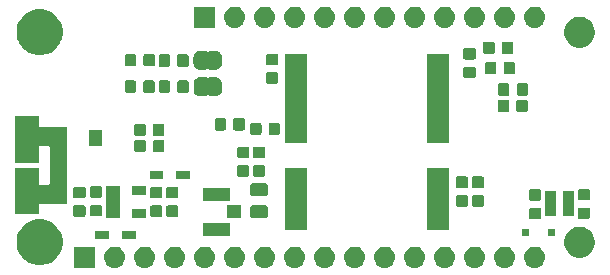
<source format=gbr>
G04 #@! TF.GenerationSoftware,KiCad,Pcbnew,(5.1.4)-1*
G04 #@! TF.CreationDate,2020-01-06T17:29:22-05:00*
G04 #@! TF.ProjectId,Feather-NEO-M9N-GPS,46656174-6865-4722-9d4e-454f2d4d394e,rev?*
G04 #@! TF.SameCoordinates,Original*
G04 #@! TF.FileFunction,Soldermask,Top*
G04 #@! TF.FilePolarity,Negative*
%FSLAX46Y46*%
G04 Gerber Fmt 4.6, Leading zero omitted, Abs format (unit mm)*
G04 Created by KiCad (PCBNEW (5.1.4)-1) date 2020-01-06 17:29:22*
%MOMM*%
%LPD*%
G04 APERTURE LIST*
%ADD10C,0.100000*%
G04 APERTURE END LIST*
D10*
G36*
X173198743Y-95193719D02*
G01*
X173264927Y-95200237D01*
X173434766Y-95251757D01*
X173591291Y-95335422D01*
X173627029Y-95364752D01*
X173728486Y-95448014D01*
X173811748Y-95549471D01*
X173841078Y-95585209D01*
X173924743Y-95741734D01*
X173976263Y-95911573D01*
X173993659Y-96088200D01*
X173976263Y-96264827D01*
X173924743Y-96434666D01*
X173841078Y-96591191D01*
X173811748Y-96626929D01*
X173728486Y-96728386D01*
X173627029Y-96811648D01*
X173591291Y-96840978D01*
X173434766Y-96924643D01*
X173264927Y-96976163D01*
X173198743Y-96982681D01*
X173132560Y-96989200D01*
X173044040Y-96989200D01*
X172977857Y-96982681D01*
X172911673Y-96976163D01*
X172741834Y-96924643D01*
X172585309Y-96840978D01*
X172549571Y-96811648D01*
X172448114Y-96728386D01*
X172364852Y-96626929D01*
X172335522Y-96591191D01*
X172251857Y-96434666D01*
X172200337Y-96264827D01*
X172182941Y-96088200D01*
X172200337Y-95911573D01*
X172251857Y-95741734D01*
X172335522Y-95585209D01*
X172364852Y-95549471D01*
X172448114Y-95448014D01*
X172549571Y-95364752D01*
X172585309Y-95335422D01*
X172741834Y-95251757D01*
X172911673Y-95200237D01*
X172977857Y-95193719D01*
X173044040Y-95187200D01*
X173132560Y-95187200D01*
X173198743Y-95193719D01*
X173198743Y-95193719D01*
G37*
G36*
X152878743Y-95193719D02*
G01*
X152944927Y-95200237D01*
X153114766Y-95251757D01*
X153271291Y-95335422D01*
X153307029Y-95364752D01*
X153408486Y-95448014D01*
X153491748Y-95549471D01*
X153521078Y-95585209D01*
X153604743Y-95741734D01*
X153656263Y-95911573D01*
X153673659Y-96088200D01*
X153656263Y-96264827D01*
X153604743Y-96434666D01*
X153521078Y-96591191D01*
X153491748Y-96626929D01*
X153408486Y-96728386D01*
X153307029Y-96811648D01*
X153271291Y-96840978D01*
X153114766Y-96924643D01*
X152944927Y-96976163D01*
X152878743Y-96982681D01*
X152812560Y-96989200D01*
X152724040Y-96989200D01*
X152657857Y-96982681D01*
X152591673Y-96976163D01*
X152421834Y-96924643D01*
X152265309Y-96840978D01*
X152229571Y-96811648D01*
X152128114Y-96728386D01*
X152044852Y-96626929D01*
X152015522Y-96591191D01*
X151931857Y-96434666D01*
X151880337Y-96264827D01*
X151862941Y-96088200D01*
X151880337Y-95911573D01*
X151931857Y-95741734D01*
X152015522Y-95585209D01*
X152044852Y-95549471D01*
X152128114Y-95448014D01*
X152229571Y-95364752D01*
X152265309Y-95335422D01*
X152421834Y-95251757D01*
X152591673Y-95200237D01*
X152657857Y-95193719D01*
X152724040Y-95187200D01*
X152812560Y-95187200D01*
X152878743Y-95193719D01*
X152878743Y-95193719D01*
G37*
G36*
X135889300Y-96989200D02*
G01*
X134087300Y-96989200D01*
X134087300Y-95187200D01*
X135889300Y-95187200D01*
X135889300Y-96989200D01*
X135889300Y-96989200D01*
G37*
G36*
X137638743Y-95193719D02*
G01*
X137704927Y-95200237D01*
X137874766Y-95251757D01*
X138031291Y-95335422D01*
X138067029Y-95364752D01*
X138168486Y-95448014D01*
X138251748Y-95549471D01*
X138281078Y-95585209D01*
X138364743Y-95741734D01*
X138416263Y-95911573D01*
X138433659Y-96088200D01*
X138416263Y-96264827D01*
X138364743Y-96434666D01*
X138281078Y-96591191D01*
X138251748Y-96626929D01*
X138168486Y-96728386D01*
X138067029Y-96811648D01*
X138031291Y-96840978D01*
X137874766Y-96924643D01*
X137704927Y-96976163D01*
X137638743Y-96982681D01*
X137572560Y-96989200D01*
X137484040Y-96989200D01*
X137417857Y-96982681D01*
X137351673Y-96976163D01*
X137181834Y-96924643D01*
X137025309Y-96840978D01*
X136989571Y-96811648D01*
X136888114Y-96728386D01*
X136804852Y-96626929D01*
X136775522Y-96591191D01*
X136691857Y-96434666D01*
X136640337Y-96264827D01*
X136622941Y-96088200D01*
X136640337Y-95911573D01*
X136691857Y-95741734D01*
X136775522Y-95585209D01*
X136804852Y-95549471D01*
X136888114Y-95448014D01*
X136989571Y-95364752D01*
X137025309Y-95335422D01*
X137181834Y-95251757D01*
X137351673Y-95200237D01*
X137417857Y-95193719D01*
X137484040Y-95187200D01*
X137572560Y-95187200D01*
X137638743Y-95193719D01*
X137638743Y-95193719D01*
G37*
G36*
X140178743Y-95193719D02*
G01*
X140244927Y-95200237D01*
X140414766Y-95251757D01*
X140571291Y-95335422D01*
X140607029Y-95364752D01*
X140708486Y-95448014D01*
X140791748Y-95549471D01*
X140821078Y-95585209D01*
X140904743Y-95741734D01*
X140956263Y-95911573D01*
X140973659Y-96088200D01*
X140956263Y-96264827D01*
X140904743Y-96434666D01*
X140821078Y-96591191D01*
X140791748Y-96626929D01*
X140708486Y-96728386D01*
X140607029Y-96811648D01*
X140571291Y-96840978D01*
X140414766Y-96924643D01*
X140244927Y-96976163D01*
X140178743Y-96982681D01*
X140112560Y-96989200D01*
X140024040Y-96989200D01*
X139957857Y-96982681D01*
X139891673Y-96976163D01*
X139721834Y-96924643D01*
X139565309Y-96840978D01*
X139529571Y-96811648D01*
X139428114Y-96728386D01*
X139344852Y-96626929D01*
X139315522Y-96591191D01*
X139231857Y-96434666D01*
X139180337Y-96264827D01*
X139162941Y-96088200D01*
X139180337Y-95911573D01*
X139231857Y-95741734D01*
X139315522Y-95585209D01*
X139344852Y-95549471D01*
X139428114Y-95448014D01*
X139529571Y-95364752D01*
X139565309Y-95335422D01*
X139721834Y-95251757D01*
X139891673Y-95200237D01*
X139957857Y-95193719D01*
X140024040Y-95187200D01*
X140112560Y-95187200D01*
X140178743Y-95193719D01*
X140178743Y-95193719D01*
G37*
G36*
X142718743Y-95193719D02*
G01*
X142784927Y-95200237D01*
X142954766Y-95251757D01*
X143111291Y-95335422D01*
X143147029Y-95364752D01*
X143248486Y-95448014D01*
X143331748Y-95549471D01*
X143361078Y-95585209D01*
X143444743Y-95741734D01*
X143496263Y-95911573D01*
X143513659Y-96088200D01*
X143496263Y-96264827D01*
X143444743Y-96434666D01*
X143361078Y-96591191D01*
X143331748Y-96626929D01*
X143248486Y-96728386D01*
X143147029Y-96811648D01*
X143111291Y-96840978D01*
X142954766Y-96924643D01*
X142784927Y-96976163D01*
X142718743Y-96982681D01*
X142652560Y-96989200D01*
X142564040Y-96989200D01*
X142497857Y-96982681D01*
X142431673Y-96976163D01*
X142261834Y-96924643D01*
X142105309Y-96840978D01*
X142069571Y-96811648D01*
X141968114Y-96728386D01*
X141884852Y-96626929D01*
X141855522Y-96591191D01*
X141771857Y-96434666D01*
X141720337Y-96264827D01*
X141702941Y-96088200D01*
X141720337Y-95911573D01*
X141771857Y-95741734D01*
X141855522Y-95585209D01*
X141884852Y-95549471D01*
X141968114Y-95448014D01*
X142069571Y-95364752D01*
X142105309Y-95335422D01*
X142261834Y-95251757D01*
X142431673Y-95200237D01*
X142497857Y-95193719D01*
X142564040Y-95187200D01*
X142652560Y-95187200D01*
X142718743Y-95193719D01*
X142718743Y-95193719D01*
G37*
G36*
X145258743Y-95193719D02*
G01*
X145324927Y-95200237D01*
X145494766Y-95251757D01*
X145651291Y-95335422D01*
X145687029Y-95364752D01*
X145788486Y-95448014D01*
X145871748Y-95549471D01*
X145901078Y-95585209D01*
X145984743Y-95741734D01*
X146036263Y-95911573D01*
X146053659Y-96088200D01*
X146036263Y-96264827D01*
X145984743Y-96434666D01*
X145901078Y-96591191D01*
X145871748Y-96626929D01*
X145788486Y-96728386D01*
X145687029Y-96811648D01*
X145651291Y-96840978D01*
X145494766Y-96924643D01*
X145324927Y-96976163D01*
X145258743Y-96982681D01*
X145192560Y-96989200D01*
X145104040Y-96989200D01*
X145037857Y-96982681D01*
X144971673Y-96976163D01*
X144801834Y-96924643D01*
X144645309Y-96840978D01*
X144609571Y-96811648D01*
X144508114Y-96728386D01*
X144424852Y-96626929D01*
X144395522Y-96591191D01*
X144311857Y-96434666D01*
X144260337Y-96264827D01*
X144242941Y-96088200D01*
X144260337Y-95911573D01*
X144311857Y-95741734D01*
X144395522Y-95585209D01*
X144424852Y-95549471D01*
X144508114Y-95448014D01*
X144609571Y-95364752D01*
X144645309Y-95335422D01*
X144801834Y-95251757D01*
X144971673Y-95200237D01*
X145037857Y-95193719D01*
X145104040Y-95187200D01*
X145192560Y-95187200D01*
X145258743Y-95193719D01*
X145258743Y-95193719D01*
G37*
G36*
X147798743Y-95193719D02*
G01*
X147864927Y-95200237D01*
X148034766Y-95251757D01*
X148191291Y-95335422D01*
X148227029Y-95364752D01*
X148328486Y-95448014D01*
X148411748Y-95549471D01*
X148441078Y-95585209D01*
X148524743Y-95741734D01*
X148576263Y-95911573D01*
X148593659Y-96088200D01*
X148576263Y-96264827D01*
X148524743Y-96434666D01*
X148441078Y-96591191D01*
X148411748Y-96626929D01*
X148328486Y-96728386D01*
X148227029Y-96811648D01*
X148191291Y-96840978D01*
X148034766Y-96924643D01*
X147864927Y-96976163D01*
X147798743Y-96982681D01*
X147732560Y-96989200D01*
X147644040Y-96989200D01*
X147577857Y-96982681D01*
X147511673Y-96976163D01*
X147341834Y-96924643D01*
X147185309Y-96840978D01*
X147149571Y-96811648D01*
X147048114Y-96728386D01*
X146964852Y-96626929D01*
X146935522Y-96591191D01*
X146851857Y-96434666D01*
X146800337Y-96264827D01*
X146782941Y-96088200D01*
X146800337Y-95911573D01*
X146851857Y-95741734D01*
X146935522Y-95585209D01*
X146964852Y-95549471D01*
X147048114Y-95448014D01*
X147149571Y-95364752D01*
X147185309Y-95335422D01*
X147341834Y-95251757D01*
X147511673Y-95200237D01*
X147577857Y-95193719D01*
X147644040Y-95187200D01*
X147732560Y-95187200D01*
X147798743Y-95193719D01*
X147798743Y-95193719D01*
G37*
G36*
X150338743Y-95193719D02*
G01*
X150404927Y-95200237D01*
X150574766Y-95251757D01*
X150731291Y-95335422D01*
X150767029Y-95364752D01*
X150868486Y-95448014D01*
X150951748Y-95549471D01*
X150981078Y-95585209D01*
X151064743Y-95741734D01*
X151116263Y-95911573D01*
X151133659Y-96088200D01*
X151116263Y-96264827D01*
X151064743Y-96434666D01*
X150981078Y-96591191D01*
X150951748Y-96626929D01*
X150868486Y-96728386D01*
X150767029Y-96811648D01*
X150731291Y-96840978D01*
X150574766Y-96924643D01*
X150404927Y-96976163D01*
X150338743Y-96982681D01*
X150272560Y-96989200D01*
X150184040Y-96989200D01*
X150117857Y-96982681D01*
X150051673Y-96976163D01*
X149881834Y-96924643D01*
X149725309Y-96840978D01*
X149689571Y-96811648D01*
X149588114Y-96728386D01*
X149504852Y-96626929D01*
X149475522Y-96591191D01*
X149391857Y-96434666D01*
X149340337Y-96264827D01*
X149322941Y-96088200D01*
X149340337Y-95911573D01*
X149391857Y-95741734D01*
X149475522Y-95585209D01*
X149504852Y-95549471D01*
X149588114Y-95448014D01*
X149689571Y-95364752D01*
X149725309Y-95335422D01*
X149881834Y-95251757D01*
X150051673Y-95200237D01*
X150117857Y-95193719D01*
X150184040Y-95187200D01*
X150272560Y-95187200D01*
X150338743Y-95193719D01*
X150338743Y-95193719D01*
G37*
G36*
X157958743Y-95193719D02*
G01*
X158024927Y-95200237D01*
X158194766Y-95251757D01*
X158351291Y-95335422D01*
X158387029Y-95364752D01*
X158488486Y-95448014D01*
X158571748Y-95549471D01*
X158601078Y-95585209D01*
X158684743Y-95741734D01*
X158736263Y-95911573D01*
X158753659Y-96088200D01*
X158736263Y-96264827D01*
X158684743Y-96434666D01*
X158601078Y-96591191D01*
X158571748Y-96626929D01*
X158488486Y-96728386D01*
X158387029Y-96811648D01*
X158351291Y-96840978D01*
X158194766Y-96924643D01*
X158024927Y-96976163D01*
X157958743Y-96982681D01*
X157892560Y-96989200D01*
X157804040Y-96989200D01*
X157737857Y-96982681D01*
X157671673Y-96976163D01*
X157501834Y-96924643D01*
X157345309Y-96840978D01*
X157309571Y-96811648D01*
X157208114Y-96728386D01*
X157124852Y-96626929D01*
X157095522Y-96591191D01*
X157011857Y-96434666D01*
X156960337Y-96264827D01*
X156942941Y-96088200D01*
X156960337Y-95911573D01*
X157011857Y-95741734D01*
X157095522Y-95585209D01*
X157124852Y-95549471D01*
X157208114Y-95448014D01*
X157309571Y-95364752D01*
X157345309Y-95335422D01*
X157501834Y-95251757D01*
X157671673Y-95200237D01*
X157737857Y-95193719D01*
X157804040Y-95187200D01*
X157892560Y-95187200D01*
X157958743Y-95193719D01*
X157958743Y-95193719D01*
G37*
G36*
X155418743Y-95193719D02*
G01*
X155484927Y-95200237D01*
X155654766Y-95251757D01*
X155811291Y-95335422D01*
X155847029Y-95364752D01*
X155948486Y-95448014D01*
X156031748Y-95549471D01*
X156061078Y-95585209D01*
X156144743Y-95741734D01*
X156196263Y-95911573D01*
X156213659Y-96088200D01*
X156196263Y-96264827D01*
X156144743Y-96434666D01*
X156061078Y-96591191D01*
X156031748Y-96626929D01*
X155948486Y-96728386D01*
X155847029Y-96811648D01*
X155811291Y-96840978D01*
X155654766Y-96924643D01*
X155484927Y-96976163D01*
X155418743Y-96982681D01*
X155352560Y-96989200D01*
X155264040Y-96989200D01*
X155197857Y-96982681D01*
X155131673Y-96976163D01*
X154961834Y-96924643D01*
X154805309Y-96840978D01*
X154769571Y-96811648D01*
X154668114Y-96728386D01*
X154584852Y-96626929D01*
X154555522Y-96591191D01*
X154471857Y-96434666D01*
X154420337Y-96264827D01*
X154402941Y-96088200D01*
X154420337Y-95911573D01*
X154471857Y-95741734D01*
X154555522Y-95585209D01*
X154584852Y-95549471D01*
X154668114Y-95448014D01*
X154769571Y-95364752D01*
X154805309Y-95335422D01*
X154961834Y-95251757D01*
X155131673Y-95200237D01*
X155197857Y-95193719D01*
X155264040Y-95187200D01*
X155352560Y-95187200D01*
X155418743Y-95193719D01*
X155418743Y-95193719D01*
G37*
G36*
X170658743Y-95193719D02*
G01*
X170724927Y-95200237D01*
X170894766Y-95251757D01*
X171051291Y-95335422D01*
X171087029Y-95364752D01*
X171188486Y-95448014D01*
X171271748Y-95549471D01*
X171301078Y-95585209D01*
X171384743Y-95741734D01*
X171436263Y-95911573D01*
X171453659Y-96088200D01*
X171436263Y-96264827D01*
X171384743Y-96434666D01*
X171301078Y-96591191D01*
X171271748Y-96626929D01*
X171188486Y-96728386D01*
X171087029Y-96811648D01*
X171051291Y-96840978D01*
X170894766Y-96924643D01*
X170724927Y-96976163D01*
X170658743Y-96982681D01*
X170592560Y-96989200D01*
X170504040Y-96989200D01*
X170437857Y-96982681D01*
X170371673Y-96976163D01*
X170201834Y-96924643D01*
X170045309Y-96840978D01*
X170009571Y-96811648D01*
X169908114Y-96728386D01*
X169824852Y-96626929D01*
X169795522Y-96591191D01*
X169711857Y-96434666D01*
X169660337Y-96264827D01*
X169642941Y-96088200D01*
X169660337Y-95911573D01*
X169711857Y-95741734D01*
X169795522Y-95585209D01*
X169824852Y-95549471D01*
X169908114Y-95448014D01*
X170009571Y-95364752D01*
X170045309Y-95335422D01*
X170201834Y-95251757D01*
X170371673Y-95200237D01*
X170437857Y-95193719D01*
X170504040Y-95187200D01*
X170592560Y-95187200D01*
X170658743Y-95193719D01*
X170658743Y-95193719D01*
G37*
G36*
X168118743Y-95193719D02*
G01*
X168184927Y-95200237D01*
X168354766Y-95251757D01*
X168511291Y-95335422D01*
X168547029Y-95364752D01*
X168648486Y-95448014D01*
X168731748Y-95549471D01*
X168761078Y-95585209D01*
X168844743Y-95741734D01*
X168896263Y-95911573D01*
X168913659Y-96088200D01*
X168896263Y-96264827D01*
X168844743Y-96434666D01*
X168761078Y-96591191D01*
X168731748Y-96626929D01*
X168648486Y-96728386D01*
X168547029Y-96811648D01*
X168511291Y-96840978D01*
X168354766Y-96924643D01*
X168184927Y-96976163D01*
X168118743Y-96982681D01*
X168052560Y-96989200D01*
X167964040Y-96989200D01*
X167897857Y-96982681D01*
X167831673Y-96976163D01*
X167661834Y-96924643D01*
X167505309Y-96840978D01*
X167469571Y-96811648D01*
X167368114Y-96728386D01*
X167284852Y-96626929D01*
X167255522Y-96591191D01*
X167171857Y-96434666D01*
X167120337Y-96264827D01*
X167102941Y-96088200D01*
X167120337Y-95911573D01*
X167171857Y-95741734D01*
X167255522Y-95585209D01*
X167284852Y-95549471D01*
X167368114Y-95448014D01*
X167469571Y-95364752D01*
X167505309Y-95335422D01*
X167661834Y-95251757D01*
X167831673Y-95200237D01*
X167897857Y-95193719D01*
X167964040Y-95187200D01*
X168052560Y-95187200D01*
X168118743Y-95193719D01*
X168118743Y-95193719D01*
G37*
G36*
X163038743Y-95193719D02*
G01*
X163104927Y-95200237D01*
X163274766Y-95251757D01*
X163431291Y-95335422D01*
X163467029Y-95364752D01*
X163568486Y-95448014D01*
X163651748Y-95549471D01*
X163681078Y-95585209D01*
X163764743Y-95741734D01*
X163816263Y-95911573D01*
X163833659Y-96088200D01*
X163816263Y-96264827D01*
X163764743Y-96434666D01*
X163681078Y-96591191D01*
X163651748Y-96626929D01*
X163568486Y-96728386D01*
X163467029Y-96811648D01*
X163431291Y-96840978D01*
X163274766Y-96924643D01*
X163104927Y-96976163D01*
X163038743Y-96982681D01*
X162972560Y-96989200D01*
X162884040Y-96989200D01*
X162817857Y-96982681D01*
X162751673Y-96976163D01*
X162581834Y-96924643D01*
X162425309Y-96840978D01*
X162389571Y-96811648D01*
X162288114Y-96728386D01*
X162204852Y-96626929D01*
X162175522Y-96591191D01*
X162091857Y-96434666D01*
X162040337Y-96264827D01*
X162022941Y-96088200D01*
X162040337Y-95911573D01*
X162091857Y-95741734D01*
X162175522Y-95585209D01*
X162204852Y-95549471D01*
X162288114Y-95448014D01*
X162389571Y-95364752D01*
X162425309Y-95335422D01*
X162581834Y-95251757D01*
X162751673Y-95200237D01*
X162817857Y-95193719D01*
X162884040Y-95187200D01*
X162972560Y-95187200D01*
X163038743Y-95193719D01*
X163038743Y-95193719D01*
G37*
G36*
X160498743Y-95193719D02*
G01*
X160564927Y-95200237D01*
X160734766Y-95251757D01*
X160891291Y-95335422D01*
X160927029Y-95364752D01*
X161028486Y-95448014D01*
X161111748Y-95549471D01*
X161141078Y-95585209D01*
X161224743Y-95741734D01*
X161276263Y-95911573D01*
X161293659Y-96088200D01*
X161276263Y-96264827D01*
X161224743Y-96434666D01*
X161141078Y-96591191D01*
X161111748Y-96626929D01*
X161028486Y-96728386D01*
X160927029Y-96811648D01*
X160891291Y-96840978D01*
X160734766Y-96924643D01*
X160564927Y-96976163D01*
X160498743Y-96982681D01*
X160432560Y-96989200D01*
X160344040Y-96989200D01*
X160277857Y-96982681D01*
X160211673Y-96976163D01*
X160041834Y-96924643D01*
X159885309Y-96840978D01*
X159849571Y-96811648D01*
X159748114Y-96728386D01*
X159664852Y-96626929D01*
X159635522Y-96591191D01*
X159551857Y-96434666D01*
X159500337Y-96264827D01*
X159482941Y-96088200D01*
X159500337Y-95911573D01*
X159551857Y-95741734D01*
X159635522Y-95585209D01*
X159664852Y-95549471D01*
X159748114Y-95448014D01*
X159849571Y-95364752D01*
X159885309Y-95335422D01*
X160041834Y-95251757D01*
X160211673Y-95200237D01*
X160277857Y-95193719D01*
X160344040Y-95187200D01*
X160432560Y-95187200D01*
X160498743Y-95193719D01*
X160498743Y-95193719D01*
G37*
G36*
X165578743Y-95193719D02*
G01*
X165644927Y-95200237D01*
X165814766Y-95251757D01*
X165971291Y-95335422D01*
X166007029Y-95364752D01*
X166108486Y-95448014D01*
X166191748Y-95549471D01*
X166221078Y-95585209D01*
X166304743Y-95741734D01*
X166356263Y-95911573D01*
X166373659Y-96088200D01*
X166356263Y-96264827D01*
X166304743Y-96434666D01*
X166221078Y-96591191D01*
X166191748Y-96626929D01*
X166108486Y-96728386D01*
X166007029Y-96811648D01*
X165971291Y-96840978D01*
X165814766Y-96924643D01*
X165644927Y-96976163D01*
X165578743Y-96982681D01*
X165512560Y-96989200D01*
X165424040Y-96989200D01*
X165357857Y-96982681D01*
X165291673Y-96976163D01*
X165121834Y-96924643D01*
X164965309Y-96840978D01*
X164929571Y-96811648D01*
X164828114Y-96728386D01*
X164744852Y-96626929D01*
X164715522Y-96591191D01*
X164631857Y-96434666D01*
X164580337Y-96264827D01*
X164562941Y-96088200D01*
X164580337Y-95911573D01*
X164631857Y-95741734D01*
X164715522Y-95585209D01*
X164744852Y-95549471D01*
X164828114Y-95448014D01*
X164929571Y-95364752D01*
X164965309Y-95335422D01*
X165121834Y-95251757D01*
X165291673Y-95200237D01*
X165357857Y-95193719D01*
X165424040Y-95187200D01*
X165512560Y-95187200D01*
X165578743Y-95193719D01*
X165578743Y-95193719D01*
G37*
G36*
X131747385Y-92942175D02*
G01*
X132102443Y-93089245D01*
X132102445Y-93089246D01*
X132421990Y-93302759D01*
X132693741Y-93574510D01*
X132849518Y-93807647D01*
X132907255Y-93894057D01*
X133054325Y-94249115D01*
X133129300Y-94626042D01*
X133129300Y-95010358D01*
X133054325Y-95387285D01*
X132972342Y-95585209D01*
X132907254Y-95742345D01*
X132693741Y-96061890D01*
X132421990Y-96333641D01*
X132102445Y-96547154D01*
X132102444Y-96547155D01*
X132102443Y-96547155D01*
X131747385Y-96694225D01*
X131370458Y-96769200D01*
X130986142Y-96769200D01*
X130609215Y-96694225D01*
X130254157Y-96547155D01*
X130254156Y-96547155D01*
X130254155Y-96547154D01*
X129934610Y-96333641D01*
X129662859Y-96061890D01*
X129449346Y-95742345D01*
X129384258Y-95585209D01*
X129302275Y-95387285D01*
X129227300Y-95010358D01*
X129227300Y-94626042D01*
X129302275Y-94249115D01*
X129449345Y-93894057D01*
X129507082Y-93807647D01*
X129662859Y-93574510D01*
X129934610Y-93302759D01*
X130254155Y-93089246D01*
X130254157Y-93089245D01*
X130609215Y-92942175D01*
X130986142Y-92867200D01*
X131370458Y-92867200D01*
X131747385Y-92942175D01*
X131747385Y-92942175D01*
G37*
G36*
X177277787Y-93567196D02*
G01*
X177514553Y-93665268D01*
X177514555Y-93665269D01*
X177599728Y-93722180D01*
X177727639Y-93807647D01*
X177908853Y-93988861D01*
X178051232Y-94201947D01*
X178149304Y-94438713D01*
X178199300Y-94690061D01*
X178199300Y-94946339D01*
X178149304Y-95197687D01*
X178070769Y-95387286D01*
X178051231Y-95434455D01*
X177908853Y-95647539D01*
X177727639Y-95828753D01*
X177514555Y-95971131D01*
X177514554Y-95971132D01*
X177514553Y-95971132D01*
X177277787Y-96069204D01*
X177026439Y-96119200D01*
X176770161Y-96119200D01*
X176518813Y-96069204D01*
X176282047Y-95971132D01*
X176282046Y-95971132D01*
X176282045Y-95971131D01*
X176068961Y-95828753D01*
X175887747Y-95647539D01*
X175745369Y-95434455D01*
X175725831Y-95387286D01*
X175647296Y-95197687D01*
X175597300Y-94946339D01*
X175597300Y-94690061D01*
X175647296Y-94438713D01*
X175745368Y-94201947D01*
X175887747Y-93988861D01*
X176068961Y-93807647D01*
X176196872Y-93722180D01*
X176282045Y-93665269D01*
X176282047Y-93665268D01*
X176518813Y-93567196D01*
X176770161Y-93517200D01*
X177026439Y-93517200D01*
X177277787Y-93567196D01*
X177277787Y-93567196D01*
G37*
G36*
X139305800Y-94509600D02*
G01*
X138153800Y-94509600D01*
X138153800Y-93907600D01*
X139305800Y-93907600D01*
X139305800Y-94509600D01*
X139305800Y-94509600D01*
G37*
G36*
X137029800Y-94509600D02*
G01*
X135877800Y-94509600D01*
X135877800Y-93907600D01*
X137029800Y-93907600D01*
X137029800Y-94509600D01*
X137029800Y-94509600D01*
G37*
G36*
X174842360Y-94324180D02*
G01*
X174240360Y-94324180D01*
X174240360Y-93722180D01*
X174842360Y-93722180D01*
X174842360Y-94324180D01*
X174842360Y-94324180D01*
G37*
G36*
X172642360Y-94324180D02*
G01*
X172040360Y-94324180D01*
X172040360Y-93722180D01*
X172642360Y-93722180D01*
X172642360Y-94324180D01*
X172642360Y-94324180D01*
G37*
G36*
X147289900Y-94303800D02*
G01*
X144987900Y-94303800D01*
X144987900Y-93151800D01*
X147289900Y-93151800D01*
X147289900Y-94303800D01*
X147289900Y-94303800D01*
G37*
G36*
X165853400Y-93798300D02*
G01*
X163951400Y-93798300D01*
X163951400Y-88496300D01*
X165853400Y-88496300D01*
X165853400Y-93798300D01*
X165853400Y-93798300D01*
G37*
G36*
X153853400Y-93798300D02*
G01*
X151951400Y-93798300D01*
X151951400Y-88496300D01*
X153853400Y-88496300D01*
X153853400Y-93798300D01*
X153853400Y-93798300D01*
G37*
G36*
X173516151Y-91913265D02*
G01*
X173550129Y-91923573D01*
X173581450Y-91940314D01*
X173608899Y-91962841D01*
X173631426Y-91990290D01*
X173648167Y-92021611D01*
X173658475Y-92055589D01*
X173662560Y-92097070D01*
X173662560Y-92698290D01*
X173658475Y-92739771D01*
X173648167Y-92773749D01*
X173631426Y-92805070D01*
X173608899Y-92832519D01*
X173581450Y-92855046D01*
X173550129Y-92871787D01*
X173516151Y-92882095D01*
X173474670Y-92886180D01*
X172798450Y-92886180D01*
X172756969Y-92882095D01*
X172722991Y-92871787D01*
X172691670Y-92855046D01*
X172664221Y-92832519D01*
X172641694Y-92805070D01*
X172624953Y-92773749D01*
X172614645Y-92739771D01*
X172610560Y-92698290D01*
X172610560Y-92097070D01*
X172614645Y-92055589D01*
X172624953Y-92021611D01*
X172641694Y-91990290D01*
X172664221Y-91962841D01*
X172691670Y-91940314D01*
X172722991Y-91923573D01*
X172756969Y-91913265D01*
X172798450Y-91909180D01*
X173474670Y-91909180D01*
X173516151Y-91913265D01*
X173516151Y-91913265D01*
G37*
G36*
X177630951Y-91887865D02*
G01*
X177664929Y-91898173D01*
X177696250Y-91914914D01*
X177723699Y-91937441D01*
X177746226Y-91964890D01*
X177762967Y-91996211D01*
X177773275Y-92030189D01*
X177777360Y-92071670D01*
X177777360Y-92672890D01*
X177773275Y-92714371D01*
X177762967Y-92748349D01*
X177746226Y-92779670D01*
X177723699Y-92807119D01*
X177696250Y-92829646D01*
X177664929Y-92846387D01*
X177630951Y-92856695D01*
X177589470Y-92860780D01*
X176913250Y-92860780D01*
X176871769Y-92856695D01*
X176837791Y-92846387D01*
X176806470Y-92829646D01*
X176779021Y-92807119D01*
X176756494Y-92779670D01*
X176739753Y-92748349D01*
X176729445Y-92714371D01*
X176725360Y-92672890D01*
X176725360Y-92071670D01*
X176729445Y-92030189D01*
X176739753Y-91996211D01*
X176756494Y-91964890D01*
X176779021Y-91937441D01*
X176806470Y-91914914D01*
X176837791Y-91898173D01*
X176871769Y-91887865D01*
X176913250Y-91883780D01*
X177589470Y-91883780D01*
X177630951Y-91887865D01*
X177630951Y-91887865D01*
G37*
G36*
X148239900Y-92803800D02*
G01*
X147087900Y-92803800D01*
X147087900Y-91701800D01*
X148239900Y-91701800D01*
X148239900Y-92803800D01*
X148239900Y-92803800D01*
G37*
G36*
X150342868Y-91703865D02*
G01*
X150381538Y-91715596D01*
X150417177Y-91734646D01*
X150448417Y-91760283D01*
X150474054Y-91791523D01*
X150493104Y-91827162D01*
X150504835Y-91865832D01*
X150509400Y-91912188D01*
X150509400Y-92563412D01*
X150504835Y-92609768D01*
X150493104Y-92648438D01*
X150474054Y-92684077D01*
X150448417Y-92715317D01*
X150417177Y-92740954D01*
X150381538Y-92760004D01*
X150342868Y-92771735D01*
X150296512Y-92776300D01*
X149220288Y-92776300D01*
X149173932Y-92771735D01*
X149135262Y-92760004D01*
X149099623Y-92740954D01*
X149068383Y-92715317D01*
X149042746Y-92684077D01*
X149023696Y-92648438D01*
X149011965Y-92609768D01*
X149007400Y-92563412D01*
X149007400Y-91912188D01*
X149011965Y-91865832D01*
X149023696Y-91827162D01*
X149042746Y-91791523D01*
X149068383Y-91760283D01*
X149099623Y-91734646D01*
X149135262Y-91715596D01*
X149173932Y-91703865D01*
X149220288Y-91699300D01*
X150296512Y-91699300D01*
X150342868Y-91703865D01*
X150342868Y-91703865D01*
G37*
G36*
X140161800Y-92727900D02*
G01*
X138999800Y-92727900D01*
X138999800Y-91975900D01*
X140161800Y-91975900D01*
X140161800Y-92727900D01*
X140161800Y-92727900D01*
G37*
G36*
X137961800Y-92727900D02*
G01*
X136799800Y-92727900D01*
X136799800Y-90075900D01*
X137961800Y-90075900D01*
X137961800Y-92727900D01*
X137961800Y-92727900D01*
G37*
G36*
X141425791Y-91704985D02*
G01*
X141459769Y-91715293D01*
X141491090Y-91732034D01*
X141518539Y-91754561D01*
X141541066Y-91782010D01*
X141557807Y-91813331D01*
X141568115Y-91847309D01*
X141572200Y-91888790D01*
X141572200Y-92490010D01*
X141568115Y-92531491D01*
X141557807Y-92565469D01*
X141541066Y-92596790D01*
X141518539Y-92624239D01*
X141491090Y-92646766D01*
X141459769Y-92663507D01*
X141425791Y-92673815D01*
X141384310Y-92677900D01*
X140708090Y-92677900D01*
X140666609Y-92673815D01*
X140632631Y-92663507D01*
X140601310Y-92646766D01*
X140573861Y-92624239D01*
X140551334Y-92596790D01*
X140534593Y-92565469D01*
X140524285Y-92531491D01*
X140520200Y-92490010D01*
X140520200Y-91888790D01*
X140524285Y-91847309D01*
X140534593Y-91813331D01*
X140551334Y-91782010D01*
X140573861Y-91754561D01*
X140601310Y-91732034D01*
X140632631Y-91715293D01*
X140666609Y-91704985D01*
X140708090Y-91700900D01*
X141384310Y-91700900D01*
X141425791Y-91704985D01*
X141425791Y-91704985D01*
G37*
G36*
X142784691Y-91704985D02*
G01*
X142818669Y-91715293D01*
X142849990Y-91732034D01*
X142877439Y-91754561D01*
X142899966Y-91782010D01*
X142916707Y-91813331D01*
X142927015Y-91847309D01*
X142931100Y-91888790D01*
X142931100Y-92490010D01*
X142927015Y-92531491D01*
X142916707Y-92565469D01*
X142899966Y-92596790D01*
X142877439Y-92624239D01*
X142849990Y-92646766D01*
X142818669Y-92663507D01*
X142784691Y-92673815D01*
X142743210Y-92677900D01*
X142066990Y-92677900D01*
X142025509Y-92673815D01*
X141991531Y-92663507D01*
X141960210Y-92646766D01*
X141932761Y-92624239D01*
X141910234Y-92596790D01*
X141893493Y-92565469D01*
X141883185Y-92531491D01*
X141879100Y-92490010D01*
X141879100Y-91888790D01*
X141883185Y-91847309D01*
X141893493Y-91813331D01*
X141910234Y-91782010D01*
X141932761Y-91754561D01*
X141960210Y-91732034D01*
X141991531Y-91715293D01*
X142025509Y-91704985D01*
X142066990Y-91700900D01*
X142743210Y-91700900D01*
X142784691Y-91704985D01*
X142784691Y-91704985D01*
G37*
G36*
X134923391Y-91692285D02*
G01*
X134957369Y-91702593D01*
X134988690Y-91719334D01*
X135016139Y-91741861D01*
X135038666Y-91769310D01*
X135055407Y-91800631D01*
X135065715Y-91834609D01*
X135069800Y-91876090D01*
X135069800Y-92477310D01*
X135065715Y-92518791D01*
X135055407Y-92552769D01*
X135038666Y-92584090D01*
X135016139Y-92611539D01*
X134988690Y-92634066D01*
X134957369Y-92650807D01*
X134923391Y-92661115D01*
X134881910Y-92665200D01*
X134205690Y-92665200D01*
X134164209Y-92661115D01*
X134130231Y-92650807D01*
X134098910Y-92634066D01*
X134071461Y-92611539D01*
X134048934Y-92584090D01*
X134032193Y-92552769D01*
X134021885Y-92518791D01*
X134017800Y-92477310D01*
X134017800Y-91876090D01*
X134021885Y-91834609D01*
X134032193Y-91800631D01*
X134048934Y-91769310D01*
X134071461Y-91741861D01*
X134098910Y-91719334D01*
X134130231Y-91702593D01*
X134164209Y-91692285D01*
X134205690Y-91688200D01*
X134881910Y-91688200D01*
X134923391Y-91692285D01*
X134923391Y-91692285D01*
G37*
G36*
X136333091Y-91666885D02*
G01*
X136367069Y-91677193D01*
X136398390Y-91693934D01*
X136425839Y-91716461D01*
X136448366Y-91743910D01*
X136465107Y-91775231D01*
X136475415Y-91809209D01*
X136479500Y-91850690D01*
X136479500Y-92451910D01*
X136475415Y-92493391D01*
X136465107Y-92527369D01*
X136448366Y-92558690D01*
X136425839Y-92586139D01*
X136398390Y-92608666D01*
X136367069Y-92625407D01*
X136333091Y-92635715D01*
X136291610Y-92639800D01*
X135615390Y-92639800D01*
X135573909Y-92635715D01*
X135539931Y-92625407D01*
X135508610Y-92608666D01*
X135481161Y-92586139D01*
X135458634Y-92558690D01*
X135441893Y-92527369D01*
X135431585Y-92493391D01*
X135427500Y-92451910D01*
X135427500Y-91850690D01*
X135431585Y-91809209D01*
X135441893Y-91775231D01*
X135458634Y-91743910D01*
X135481161Y-91716461D01*
X135508610Y-91693934D01*
X135539931Y-91677193D01*
X135573909Y-91666885D01*
X135615390Y-91662800D01*
X136291610Y-91662800D01*
X136333091Y-91666885D01*
X136333091Y-91666885D01*
G37*
G36*
X174894960Y-92610380D02*
G01*
X173992960Y-92610380D01*
X173992960Y-90508380D01*
X174894960Y-90508380D01*
X174894960Y-92610380D01*
X174894960Y-92610380D01*
G37*
G36*
X176394960Y-92610380D02*
G01*
X175492960Y-92610380D01*
X175492960Y-90508380D01*
X176394960Y-90508380D01*
X176394960Y-92610380D01*
X176394960Y-92610380D01*
G37*
G36*
X131108840Y-84944881D02*
G01*
X131111242Y-84969267D01*
X131118355Y-84992716D01*
X131129906Y-85014327D01*
X131145451Y-85033269D01*
X131164393Y-85048814D01*
X131186004Y-85060365D01*
X131209453Y-85067478D01*
X131233839Y-85069880D01*
X133508840Y-85069880D01*
X133508840Y-91571880D01*
X131233839Y-91571880D01*
X131209453Y-91574282D01*
X131186004Y-91581395D01*
X131164393Y-91592946D01*
X131145451Y-91608491D01*
X131129906Y-91627433D01*
X131118355Y-91649044D01*
X131111242Y-91672493D01*
X131108840Y-91696879D01*
X131108840Y-92469380D01*
X129106840Y-92469380D01*
X129106840Y-88522380D01*
X131108840Y-88522380D01*
X131108840Y-89869881D01*
X131111242Y-89894267D01*
X131118355Y-89917716D01*
X131129906Y-89939327D01*
X131145451Y-89958269D01*
X131164393Y-89973814D01*
X131186004Y-89985365D01*
X131209453Y-89992478D01*
X131233839Y-89994880D01*
X131901841Y-89994880D01*
X131926227Y-89992478D01*
X131949676Y-89985365D01*
X131971287Y-89973814D01*
X131990229Y-89958269D01*
X132005774Y-89939327D01*
X132017325Y-89917716D01*
X132024438Y-89894267D01*
X132026840Y-89869881D01*
X132026840Y-86771879D01*
X132024438Y-86747493D01*
X132017325Y-86724044D01*
X132005774Y-86702433D01*
X131990229Y-86683491D01*
X131971287Y-86667946D01*
X131949676Y-86656395D01*
X131926227Y-86649282D01*
X131901841Y-86646880D01*
X131233839Y-86646880D01*
X131209453Y-86649282D01*
X131186004Y-86656395D01*
X131164393Y-86667946D01*
X131145451Y-86683491D01*
X131129906Y-86702433D01*
X131118355Y-86724044D01*
X131111242Y-86747493D01*
X131108840Y-86771879D01*
X131108840Y-88119380D01*
X129106840Y-88119380D01*
X129106840Y-84172380D01*
X131108840Y-84172380D01*
X131108840Y-84944881D01*
X131108840Y-84944881D01*
G37*
G36*
X167316011Y-90828685D02*
G01*
X167349989Y-90838993D01*
X167381310Y-90855734D01*
X167408759Y-90878261D01*
X167431286Y-90905710D01*
X167448027Y-90937031D01*
X167458335Y-90971009D01*
X167462420Y-91012490D01*
X167462420Y-91613710D01*
X167458335Y-91655191D01*
X167448027Y-91689169D01*
X167431286Y-91720490D01*
X167408759Y-91747939D01*
X167381310Y-91770466D01*
X167349989Y-91787207D01*
X167316011Y-91797515D01*
X167274530Y-91801600D01*
X166598310Y-91801600D01*
X166556829Y-91797515D01*
X166522851Y-91787207D01*
X166491530Y-91770466D01*
X166464081Y-91747939D01*
X166441554Y-91720490D01*
X166424813Y-91689169D01*
X166414505Y-91655191D01*
X166410420Y-91613710D01*
X166410420Y-91012490D01*
X166414505Y-90971009D01*
X166424813Y-90937031D01*
X166441554Y-90905710D01*
X166464081Y-90878261D01*
X166491530Y-90855734D01*
X166522851Y-90838993D01*
X166556829Y-90828685D01*
X166598310Y-90824600D01*
X167274530Y-90824600D01*
X167316011Y-90828685D01*
X167316011Y-90828685D01*
G37*
G36*
X168672371Y-90828685D02*
G01*
X168706349Y-90838993D01*
X168737670Y-90855734D01*
X168765119Y-90878261D01*
X168787646Y-90905710D01*
X168804387Y-90937031D01*
X168814695Y-90971009D01*
X168818780Y-91012490D01*
X168818780Y-91613710D01*
X168814695Y-91655191D01*
X168804387Y-91689169D01*
X168787646Y-91720490D01*
X168765119Y-91747939D01*
X168737670Y-91770466D01*
X168706349Y-91787207D01*
X168672371Y-91797515D01*
X168630890Y-91801600D01*
X167954670Y-91801600D01*
X167913189Y-91797515D01*
X167879211Y-91787207D01*
X167847890Y-91770466D01*
X167820441Y-91747939D01*
X167797914Y-91720490D01*
X167781173Y-91689169D01*
X167770865Y-91655191D01*
X167766780Y-91613710D01*
X167766780Y-91012490D01*
X167770865Y-90971009D01*
X167781173Y-90937031D01*
X167797914Y-90905710D01*
X167820441Y-90878261D01*
X167847890Y-90855734D01*
X167879211Y-90838993D01*
X167913189Y-90828685D01*
X167954670Y-90824600D01*
X168630890Y-90824600D01*
X168672371Y-90828685D01*
X168672371Y-90828685D01*
G37*
G36*
X147289900Y-91353800D02*
G01*
X144987900Y-91353800D01*
X144987900Y-90201800D01*
X147289900Y-90201800D01*
X147289900Y-91353800D01*
X147289900Y-91353800D01*
G37*
G36*
X173516151Y-90338265D02*
G01*
X173550129Y-90348573D01*
X173581450Y-90365314D01*
X173608899Y-90387841D01*
X173631426Y-90415290D01*
X173648167Y-90446611D01*
X173658475Y-90480589D01*
X173662560Y-90522070D01*
X173662560Y-91123290D01*
X173658475Y-91164771D01*
X173648167Y-91198749D01*
X173631426Y-91230070D01*
X173608899Y-91257519D01*
X173581450Y-91280046D01*
X173550129Y-91296787D01*
X173516151Y-91307095D01*
X173474670Y-91311180D01*
X172798450Y-91311180D01*
X172756969Y-91307095D01*
X172722991Y-91296787D01*
X172691670Y-91280046D01*
X172664221Y-91257519D01*
X172641694Y-91230070D01*
X172624953Y-91198749D01*
X172614645Y-91164771D01*
X172610560Y-91123290D01*
X172610560Y-90522070D01*
X172614645Y-90480589D01*
X172624953Y-90446611D01*
X172641694Y-90415290D01*
X172664221Y-90387841D01*
X172691670Y-90365314D01*
X172722991Y-90348573D01*
X172756969Y-90338265D01*
X172798450Y-90334180D01*
X173474670Y-90334180D01*
X173516151Y-90338265D01*
X173516151Y-90338265D01*
G37*
G36*
X177630951Y-90312865D02*
G01*
X177664929Y-90323173D01*
X177696250Y-90339914D01*
X177723699Y-90362441D01*
X177746226Y-90389890D01*
X177762967Y-90421211D01*
X177773275Y-90455189D01*
X177777360Y-90496670D01*
X177777360Y-91097890D01*
X177773275Y-91139371D01*
X177762967Y-91173349D01*
X177746226Y-91204670D01*
X177723699Y-91232119D01*
X177696250Y-91254646D01*
X177664929Y-91271387D01*
X177630951Y-91281695D01*
X177589470Y-91285780D01*
X176913250Y-91285780D01*
X176871769Y-91281695D01*
X176837791Y-91271387D01*
X176806470Y-91254646D01*
X176779021Y-91232119D01*
X176756494Y-91204670D01*
X176739753Y-91173349D01*
X176729445Y-91139371D01*
X176725360Y-91097890D01*
X176725360Y-90496670D01*
X176729445Y-90455189D01*
X176739753Y-90421211D01*
X176756494Y-90389890D01*
X176779021Y-90362441D01*
X176806470Y-90339914D01*
X176837791Y-90323173D01*
X176871769Y-90312865D01*
X176913250Y-90308780D01*
X177589470Y-90308780D01*
X177630951Y-90312865D01*
X177630951Y-90312865D01*
G37*
G36*
X142784691Y-90129985D02*
G01*
X142818669Y-90140293D01*
X142849990Y-90157034D01*
X142877439Y-90179561D01*
X142899966Y-90207010D01*
X142916707Y-90238331D01*
X142927015Y-90272309D01*
X142931100Y-90313790D01*
X142931100Y-90915010D01*
X142927015Y-90956491D01*
X142916707Y-90990469D01*
X142899966Y-91021790D01*
X142877439Y-91049239D01*
X142849990Y-91071766D01*
X142818669Y-91088507D01*
X142784691Y-91098815D01*
X142743210Y-91102900D01*
X142066990Y-91102900D01*
X142025509Y-91098815D01*
X141991531Y-91088507D01*
X141960210Y-91071766D01*
X141932761Y-91049239D01*
X141910234Y-91021790D01*
X141893493Y-90990469D01*
X141883185Y-90956491D01*
X141879100Y-90915010D01*
X141879100Y-90313790D01*
X141883185Y-90272309D01*
X141893493Y-90238331D01*
X141910234Y-90207010D01*
X141932761Y-90179561D01*
X141960210Y-90157034D01*
X141991531Y-90140293D01*
X142025509Y-90129985D01*
X142066990Y-90125900D01*
X142743210Y-90125900D01*
X142784691Y-90129985D01*
X142784691Y-90129985D01*
G37*
G36*
X141425791Y-90129985D02*
G01*
X141459769Y-90140293D01*
X141491090Y-90157034D01*
X141518539Y-90179561D01*
X141541066Y-90207010D01*
X141557807Y-90238331D01*
X141568115Y-90272309D01*
X141572200Y-90313790D01*
X141572200Y-90915010D01*
X141568115Y-90956491D01*
X141557807Y-90990469D01*
X141541066Y-91021790D01*
X141518539Y-91049239D01*
X141491090Y-91071766D01*
X141459769Y-91088507D01*
X141425791Y-91098815D01*
X141384310Y-91102900D01*
X140708090Y-91102900D01*
X140666609Y-91098815D01*
X140632631Y-91088507D01*
X140601310Y-91071766D01*
X140573861Y-91049239D01*
X140551334Y-91021790D01*
X140534593Y-90990469D01*
X140524285Y-90956491D01*
X140520200Y-90915010D01*
X140520200Y-90313790D01*
X140524285Y-90272309D01*
X140534593Y-90238331D01*
X140551334Y-90207010D01*
X140573861Y-90179561D01*
X140601310Y-90157034D01*
X140632631Y-90140293D01*
X140666609Y-90129985D01*
X140708090Y-90125900D01*
X141384310Y-90125900D01*
X141425791Y-90129985D01*
X141425791Y-90129985D01*
G37*
G36*
X134923391Y-90117285D02*
G01*
X134957369Y-90127593D01*
X134988690Y-90144334D01*
X135016139Y-90166861D01*
X135038666Y-90194310D01*
X135055407Y-90225631D01*
X135065715Y-90259609D01*
X135069800Y-90301090D01*
X135069800Y-90902310D01*
X135065715Y-90943791D01*
X135055407Y-90977769D01*
X135038666Y-91009090D01*
X135016139Y-91036539D01*
X134988690Y-91059066D01*
X134957369Y-91075807D01*
X134923391Y-91086115D01*
X134881910Y-91090200D01*
X134205690Y-91090200D01*
X134164209Y-91086115D01*
X134130231Y-91075807D01*
X134098910Y-91059066D01*
X134071461Y-91036539D01*
X134048934Y-91009090D01*
X134032193Y-90977769D01*
X134021885Y-90943791D01*
X134017800Y-90902310D01*
X134017800Y-90301090D01*
X134021885Y-90259609D01*
X134032193Y-90225631D01*
X134048934Y-90194310D01*
X134071461Y-90166861D01*
X134098910Y-90144334D01*
X134130231Y-90127593D01*
X134164209Y-90117285D01*
X134205690Y-90113200D01*
X134881910Y-90113200D01*
X134923391Y-90117285D01*
X134923391Y-90117285D01*
G37*
G36*
X136333091Y-90091885D02*
G01*
X136367069Y-90102193D01*
X136398390Y-90118934D01*
X136425839Y-90141461D01*
X136448366Y-90168910D01*
X136465107Y-90200231D01*
X136475415Y-90234209D01*
X136479500Y-90275690D01*
X136479500Y-90876910D01*
X136475415Y-90918391D01*
X136465107Y-90952369D01*
X136448366Y-90983690D01*
X136425839Y-91011139D01*
X136398390Y-91033666D01*
X136367069Y-91050407D01*
X136333091Y-91060715D01*
X136291610Y-91064800D01*
X135615390Y-91064800D01*
X135573909Y-91060715D01*
X135539931Y-91050407D01*
X135508610Y-91033666D01*
X135481161Y-91011139D01*
X135458634Y-90983690D01*
X135441893Y-90952369D01*
X135431585Y-90918391D01*
X135427500Y-90876910D01*
X135427500Y-90275690D01*
X135431585Y-90234209D01*
X135441893Y-90200231D01*
X135458634Y-90168910D01*
X135481161Y-90141461D01*
X135508610Y-90118934D01*
X135539931Y-90102193D01*
X135573909Y-90091885D01*
X135615390Y-90087800D01*
X136291610Y-90087800D01*
X136333091Y-90091885D01*
X136333091Y-90091885D01*
G37*
G36*
X150342868Y-89828865D02*
G01*
X150381538Y-89840596D01*
X150417177Y-89859646D01*
X150448417Y-89885283D01*
X150474054Y-89916523D01*
X150493104Y-89952162D01*
X150504835Y-89990832D01*
X150509400Y-90037188D01*
X150509400Y-90688412D01*
X150504835Y-90734768D01*
X150493104Y-90773438D01*
X150474054Y-90809077D01*
X150448417Y-90840317D01*
X150417177Y-90865954D01*
X150381538Y-90885004D01*
X150342868Y-90896735D01*
X150296512Y-90901300D01*
X149220288Y-90901300D01*
X149173932Y-90896735D01*
X149135262Y-90885004D01*
X149099623Y-90865954D01*
X149068383Y-90840317D01*
X149042746Y-90809077D01*
X149023696Y-90773438D01*
X149011965Y-90734768D01*
X149007400Y-90688412D01*
X149007400Y-90037188D01*
X149011965Y-89990832D01*
X149023696Y-89952162D01*
X149042746Y-89916523D01*
X149068383Y-89885283D01*
X149099623Y-89859646D01*
X149135262Y-89840596D01*
X149173932Y-89828865D01*
X149220288Y-89824300D01*
X150296512Y-89824300D01*
X150342868Y-89828865D01*
X150342868Y-89828865D01*
G37*
G36*
X140161800Y-90827900D02*
G01*
X138999800Y-90827900D01*
X138999800Y-90075900D01*
X140161800Y-90075900D01*
X140161800Y-90827900D01*
X140161800Y-90827900D01*
G37*
G36*
X167316011Y-89253685D02*
G01*
X167349989Y-89263993D01*
X167381310Y-89280734D01*
X167408759Y-89303261D01*
X167431286Y-89330710D01*
X167448027Y-89362031D01*
X167458335Y-89396009D01*
X167462420Y-89437490D01*
X167462420Y-90038710D01*
X167458335Y-90080191D01*
X167448027Y-90114169D01*
X167431286Y-90145490D01*
X167408759Y-90172939D01*
X167381310Y-90195466D01*
X167349989Y-90212207D01*
X167316011Y-90222515D01*
X167274530Y-90226600D01*
X166598310Y-90226600D01*
X166556829Y-90222515D01*
X166522851Y-90212207D01*
X166491530Y-90195466D01*
X166464081Y-90172939D01*
X166441554Y-90145490D01*
X166424813Y-90114169D01*
X166414505Y-90080191D01*
X166410420Y-90038710D01*
X166410420Y-89437490D01*
X166414505Y-89396009D01*
X166424813Y-89362031D01*
X166441554Y-89330710D01*
X166464081Y-89303261D01*
X166491530Y-89280734D01*
X166522851Y-89263993D01*
X166556829Y-89253685D01*
X166598310Y-89249600D01*
X167274530Y-89249600D01*
X167316011Y-89253685D01*
X167316011Y-89253685D01*
G37*
G36*
X168672371Y-89253685D02*
G01*
X168706349Y-89263993D01*
X168737670Y-89280734D01*
X168765119Y-89303261D01*
X168787646Y-89330710D01*
X168804387Y-89362031D01*
X168814695Y-89396009D01*
X168818780Y-89437490D01*
X168818780Y-90038710D01*
X168814695Y-90080191D01*
X168804387Y-90114169D01*
X168787646Y-90145490D01*
X168765119Y-90172939D01*
X168737670Y-90195466D01*
X168706349Y-90212207D01*
X168672371Y-90222515D01*
X168630890Y-90226600D01*
X167954670Y-90226600D01*
X167913189Y-90222515D01*
X167879211Y-90212207D01*
X167847890Y-90195466D01*
X167820441Y-90172939D01*
X167797914Y-90145490D01*
X167781173Y-90114169D01*
X167770865Y-90080191D01*
X167766780Y-90038710D01*
X167766780Y-89437490D01*
X167770865Y-89396009D01*
X167781173Y-89362031D01*
X167797914Y-89330710D01*
X167820441Y-89303261D01*
X167847890Y-89280734D01*
X167879211Y-89263993D01*
X167913189Y-89253685D01*
X167954670Y-89249600D01*
X168630890Y-89249600D01*
X168672371Y-89253685D01*
X168672371Y-89253685D01*
G37*
G36*
X141639900Y-89429600D02*
G01*
X140487900Y-89429600D01*
X140487900Y-88827600D01*
X141639900Y-88827600D01*
X141639900Y-89429600D01*
X141639900Y-89429600D01*
G37*
G36*
X143915900Y-89429600D02*
G01*
X142763900Y-89429600D01*
X142763900Y-88827600D01*
X143915900Y-88827600D01*
X143915900Y-89429600D01*
X143915900Y-89429600D01*
G37*
G36*
X148791791Y-88301385D02*
G01*
X148825769Y-88311693D01*
X148857090Y-88328434D01*
X148884539Y-88350961D01*
X148907066Y-88378410D01*
X148923807Y-88409731D01*
X148934115Y-88443709D01*
X148938200Y-88485190D01*
X148938200Y-89086410D01*
X148934115Y-89127891D01*
X148923807Y-89161869D01*
X148907066Y-89193190D01*
X148884539Y-89220639D01*
X148857090Y-89243166D01*
X148825769Y-89259907D01*
X148791791Y-89270215D01*
X148750310Y-89274300D01*
X148074090Y-89274300D01*
X148032609Y-89270215D01*
X147998631Y-89259907D01*
X147967310Y-89243166D01*
X147939861Y-89220639D01*
X147917334Y-89193190D01*
X147900593Y-89161869D01*
X147890285Y-89127891D01*
X147886200Y-89086410D01*
X147886200Y-88485190D01*
X147890285Y-88443709D01*
X147900593Y-88409731D01*
X147917334Y-88378410D01*
X147939861Y-88350961D01*
X147967310Y-88328434D01*
X147998631Y-88311693D01*
X148032609Y-88301385D01*
X148074090Y-88297300D01*
X148750310Y-88297300D01*
X148791791Y-88301385D01*
X148791791Y-88301385D01*
G37*
G36*
X150137991Y-88301385D02*
G01*
X150171969Y-88311693D01*
X150203290Y-88328434D01*
X150230739Y-88350961D01*
X150253266Y-88378410D01*
X150270007Y-88409731D01*
X150280315Y-88443709D01*
X150284400Y-88485190D01*
X150284400Y-89086410D01*
X150280315Y-89127891D01*
X150270007Y-89161869D01*
X150253266Y-89193190D01*
X150230739Y-89220639D01*
X150203290Y-89243166D01*
X150171969Y-89259907D01*
X150137991Y-89270215D01*
X150096510Y-89274300D01*
X149420290Y-89274300D01*
X149378809Y-89270215D01*
X149344831Y-89259907D01*
X149313510Y-89243166D01*
X149286061Y-89220639D01*
X149263534Y-89193190D01*
X149246793Y-89161869D01*
X149236485Y-89127891D01*
X149232400Y-89086410D01*
X149232400Y-88485190D01*
X149236485Y-88443709D01*
X149246793Y-88409731D01*
X149263534Y-88378410D01*
X149286061Y-88350961D01*
X149313510Y-88328434D01*
X149344831Y-88311693D01*
X149378809Y-88301385D01*
X149420290Y-88297300D01*
X150096510Y-88297300D01*
X150137991Y-88301385D01*
X150137991Y-88301385D01*
G37*
G36*
X150137991Y-86726385D02*
G01*
X150171969Y-86736693D01*
X150203290Y-86753434D01*
X150230739Y-86775961D01*
X150253266Y-86803410D01*
X150270007Y-86834731D01*
X150280315Y-86868709D01*
X150284400Y-86910190D01*
X150284400Y-87511410D01*
X150280315Y-87552891D01*
X150270007Y-87586869D01*
X150253266Y-87618190D01*
X150230739Y-87645639D01*
X150203290Y-87668166D01*
X150171969Y-87684907D01*
X150137991Y-87695215D01*
X150096510Y-87699300D01*
X149420290Y-87699300D01*
X149378809Y-87695215D01*
X149344831Y-87684907D01*
X149313510Y-87668166D01*
X149286061Y-87645639D01*
X149263534Y-87618190D01*
X149246793Y-87586869D01*
X149236485Y-87552891D01*
X149232400Y-87511410D01*
X149232400Y-86910190D01*
X149236485Y-86868709D01*
X149246793Y-86834731D01*
X149263534Y-86803410D01*
X149286061Y-86775961D01*
X149313510Y-86753434D01*
X149344831Y-86736693D01*
X149378809Y-86726385D01*
X149420290Y-86722300D01*
X150096510Y-86722300D01*
X150137991Y-86726385D01*
X150137991Y-86726385D01*
G37*
G36*
X148791791Y-86726385D02*
G01*
X148825769Y-86736693D01*
X148857090Y-86753434D01*
X148884539Y-86775961D01*
X148907066Y-86803410D01*
X148923807Y-86834731D01*
X148934115Y-86868709D01*
X148938200Y-86910190D01*
X148938200Y-87511410D01*
X148934115Y-87552891D01*
X148923807Y-87586869D01*
X148907066Y-87618190D01*
X148884539Y-87645639D01*
X148857090Y-87668166D01*
X148825769Y-87684907D01*
X148791791Y-87695215D01*
X148750310Y-87699300D01*
X148074090Y-87699300D01*
X148032609Y-87695215D01*
X147998631Y-87684907D01*
X147967310Y-87668166D01*
X147939861Y-87645639D01*
X147917334Y-87618190D01*
X147900593Y-87586869D01*
X147890285Y-87552891D01*
X147886200Y-87511410D01*
X147886200Y-86910190D01*
X147890285Y-86868709D01*
X147900593Y-86834731D01*
X147917334Y-86803410D01*
X147939861Y-86775961D01*
X147967310Y-86753434D01*
X147998631Y-86736693D01*
X148032609Y-86726385D01*
X148074090Y-86722300D01*
X148750310Y-86722300D01*
X148791791Y-86726385D01*
X148791791Y-86726385D01*
G37*
G36*
X140029291Y-86158125D02*
G01*
X140063269Y-86168433D01*
X140094590Y-86185174D01*
X140122039Y-86207701D01*
X140144566Y-86235150D01*
X140161307Y-86266471D01*
X140171615Y-86300449D01*
X140175700Y-86341930D01*
X140175700Y-87018150D01*
X140171615Y-87059631D01*
X140161307Y-87093609D01*
X140144566Y-87124930D01*
X140122039Y-87152379D01*
X140094590Y-87174906D01*
X140063269Y-87191647D01*
X140029291Y-87201955D01*
X139987810Y-87206040D01*
X139386590Y-87206040D01*
X139345109Y-87201955D01*
X139311131Y-87191647D01*
X139279810Y-87174906D01*
X139252361Y-87152379D01*
X139229834Y-87124930D01*
X139213093Y-87093609D01*
X139202785Y-87059631D01*
X139198700Y-87018150D01*
X139198700Y-86341930D01*
X139202785Y-86300449D01*
X139213093Y-86266471D01*
X139229834Y-86235150D01*
X139252361Y-86207701D01*
X139279810Y-86185174D01*
X139311131Y-86168433D01*
X139345109Y-86158125D01*
X139386590Y-86154040D01*
X139987810Y-86154040D01*
X140029291Y-86158125D01*
X140029291Y-86158125D01*
G37*
G36*
X141604291Y-86158125D02*
G01*
X141638269Y-86168433D01*
X141669590Y-86185174D01*
X141697039Y-86207701D01*
X141719566Y-86235150D01*
X141736307Y-86266471D01*
X141746615Y-86300449D01*
X141750700Y-86341930D01*
X141750700Y-87018150D01*
X141746615Y-87059631D01*
X141736307Y-87093609D01*
X141719566Y-87124930D01*
X141697039Y-87152379D01*
X141669590Y-87174906D01*
X141638269Y-87191647D01*
X141604291Y-87201955D01*
X141562810Y-87206040D01*
X140961590Y-87206040D01*
X140920109Y-87201955D01*
X140886131Y-87191647D01*
X140854810Y-87174906D01*
X140827361Y-87152379D01*
X140804834Y-87124930D01*
X140788093Y-87093609D01*
X140777785Y-87059631D01*
X140773700Y-87018150D01*
X140773700Y-86341930D01*
X140777785Y-86300449D01*
X140788093Y-86266471D01*
X140804834Y-86235150D01*
X140827361Y-86207701D01*
X140854810Y-86185174D01*
X140886131Y-86168433D01*
X140920109Y-86158125D01*
X140961590Y-86154040D01*
X141562810Y-86154040D01*
X141604291Y-86158125D01*
X141604291Y-86158125D01*
G37*
G36*
X136465900Y-86705800D02*
G01*
X135364900Y-86705800D01*
X135364900Y-85353800D01*
X136465900Y-85353800D01*
X136465900Y-86705800D01*
X136465900Y-86705800D01*
G37*
G36*
X165853400Y-86398300D02*
G01*
X163951400Y-86398300D01*
X163951400Y-78896300D01*
X165853400Y-78896300D01*
X165853400Y-86398300D01*
X165853400Y-86398300D01*
G37*
G36*
X153853400Y-86398300D02*
G01*
X151951400Y-86398300D01*
X151951400Y-78896300D01*
X153853400Y-78896300D01*
X153853400Y-86398300D01*
X153853400Y-86398300D01*
G37*
G36*
X141594131Y-84801765D02*
G01*
X141628109Y-84812073D01*
X141659430Y-84828814D01*
X141686879Y-84851341D01*
X141709406Y-84878790D01*
X141726147Y-84910111D01*
X141736455Y-84944089D01*
X141740540Y-84985570D01*
X141740540Y-85661790D01*
X141736455Y-85703271D01*
X141726147Y-85737249D01*
X141709406Y-85768570D01*
X141686879Y-85796019D01*
X141659430Y-85818546D01*
X141628109Y-85835287D01*
X141594131Y-85845595D01*
X141552650Y-85849680D01*
X140951430Y-85849680D01*
X140909949Y-85845595D01*
X140875971Y-85835287D01*
X140844650Y-85818546D01*
X140817201Y-85796019D01*
X140794674Y-85768570D01*
X140777933Y-85737249D01*
X140767625Y-85703271D01*
X140763540Y-85661790D01*
X140763540Y-84985570D01*
X140767625Y-84944089D01*
X140777933Y-84910111D01*
X140794674Y-84878790D01*
X140817201Y-84851341D01*
X140844650Y-84828814D01*
X140875971Y-84812073D01*
X140909949Y-84801765D01*
X140951430Y-84797680D01*
X141552650Y-84797680D01*
X141594131Y-84801765D01*
X141594131Y-84801765D01*
G37*
G36*
X140019131Y-84801765D02*
G01*
X140053109Y-84812073D01*
X140084430Y-84828814D01*
X140111879Y-84851341D01*
X140134406Y-84878790D01*
X140151147Y-84910111D01*
X140161455Y-84944089D01*
X140165540Y-84985570D01*
X140165540Y-85661790D01*
X140161455Y-85703271D01*
X140151147Y-85737249D01*
X140134406Y-85768570D01*
X140111879Y-85796019D01*
X140084430Y-85818546D01*
X140053109Y-85835287D01*
X140019131Y-85845595D01*
X139977650Y-85849680D01*
X139376430Y-85849680D01*
X139334949Y-85845595D01*
X139300971Y-85835287D01*
X139269650Y-85818546D01*
X139242201Y-85796019D01*
X139219674Y-85768570D01*
X139202933Y-85737249D01*
X139192625Y-85703271D01*
X139188540Y-85661790D01*
X139188540Y-84985570D01*
X139192625Y-84944089D01*
X139202933Y-84910111D01*
X139219674Y-84878790D01*
X139242201Y-84851341D01*
X139269650Y-84828814D01*
X139300971Y-84812073D01*
X139334949Y-84801765D01*
X139376430Y-84797680D01*
X139977650Y-84797680D01*
X140019131Y-84801765D01*
X140019131Y-84801765D01*
G37*
G36*
X151395991Y-84695085D02*
G01*
X151429969Y-84705393D01*
X151461290Y-84722134D01*
X151488739Y-84744661D01*
X151511266Y-84772110D01*
X151528007Y-84803431D01*
X151538315Y-84837409D01*
X151542400Y-84878890D01*
X151542400Y-85555110D01*
X151538315Y-85596591D01*
X151528007Y-85630569D01*
X151511266Y-85661890D01*
X151488739Y-85689339D01*
X151461290Y-85711866D01*
X151429969Y-85728607D01*
X151395991Y-85738915D01*
X151354510Y-85743000D01*
X150753290Y-85743000D01*
X150711809Y-85738915D01*
X150677831Y-85728607D01*
X150646510Y-85711866D01*
X150619061Y-85689339D01*
X150596534Y-85661890D01*
X150579793Y-85630569D01*
X150569485Y-85596591D01*
X150565400Y-85555110D01*
X150565400Y-84878890D01*
X150569485Y-84837409D01*
X150579793Y-84803431D01*
X150596534Y-84772110D01*
X150619061Y-84744661D01*
X150646510Y-84722134D01*
X150677831Y-84705393D01*
X150711809Y-84695085D01*
X150753290Y-84691000D01*
X151354510Y-84691000D01*
X151395991Y-84695085D01*
X151395991Y-84695085D01*
G37*
G36*
X149820991Y-84695085D02*
G01*
X149854969Y-84705393D01*
X149886290Y-84722134D01*
X149913739Y-84744661D01*
X149936266Y-84772110D01*
X149953007Y-84803431D01*
X149963315Y-84837409D01*
X149967400Y-84878890D01*
X149967400Y-85555110D01*
X149963315Y-85596591D01*
X149953007Y-85630569D01*
X149936266Y-85661890D01*
X149913739Y-85689339D01*
X149886290Y-85711866D01*
X149854969Y-85728607D01*
X149820991Y-85738915D01*
X149779510Y-85743000D01*
X149178290Y-85743000D01*
X149136809Y-85738915D01*
X149102831Y-85728607D01*
X149071510Y-85711866D01*
X149044061Y-85689339D01*
X149021534Y-85661890D01*
X149004793Y-85630569D01*
X148994485Y-85596591D01*
X148990400Y-85555110D01*
X148990400Y-84878890D01*
X148994485Y-84837409D01*
X149004793Y-84803431D01*
X149021534Y-84772110D01*
X149044061Y-84744661D01*
X149071510Y-84722134D01*
X149102831Y-84705393D01*
X149136809Y-84695085D01*
X149178290Y-84691000D01*
X149779510Y-84691000D01*
X149820991Y-84695085D01*
X149820991Y-84695085D01*
G37*
G36*
X146823791Y-84314085D02*
G01*
X146857769Y-84324393D01*
X146889090Y-84341134D01*
X146916539Y-84363661D01*
X146939066Y-84391110D01*
X146955807Y-84422431D01*
X146966115Y-84456409D01*
X146970200Y-84497890D01*
X146970200Y-85174110D01*
X146966115Y-85215591D01*
X146955807Y-85249569D01*
X146939066Y-85280890D01*
X146916539Y-85308339D01*
X146889090Y-85330866D01*
X146857769Y-85347607D01*
X146823791Y-85357915D01*
X146782310Y-85362000D01*
X146181090Y-85362000D01*
X146139609Y-85357915D01*
X146105631Y-85347607D01*
X146074310Y-85330866D01*
X146046861Y-85308339D01*
X146024334Y-85280890D01*
X146007593Y-85249569D01*
X145997285Y-85215591D01*
X145993200Y-85174110D01*
X145993200Y-84497890D01*
X145997285Y-84456409D01*
X146007593Y-84422431D01*
X146024334Y-84391110D01*
X146046861Y-84363661D01*
X146074310Y-84341134D01*
X146105631Y-84324393D01*
X146139609Y-84314085D01*
X146181090Y-84310000D01*
X146782310Y-84310000D01*
X146823791Y-84314085D01*
X146823791Y-84314085D01*
G37*
G36*
X148398791Y-84314085D02*
G01*
X148432769Y-84324393D01*
X148464090Y-84341134D01*
X148491539Y-84363661D01*
X148514066Y-84391110D01*
X148530807Y-84422431D01*
X148541115Y-84456409D01*
X148545200Y-84497890D01*
X148545200Y-85174110D01*
X148541115Y-85215591D01*
X148530807Y-85249569D01*
X148514066Y-85280890D01*
X148491539Y-85308339D01*
X148464090Y-85330866D01*
X148432769Y-85347607D01*
X148398791Y-85357915D01*
X148357310Y-85362000D01*
X147756090Y-85362000D01*
X147714609Y-85357915D01*
X147680631Y-85347607D01*
X147649310Y-85330866D01*
X147621861Y-85308339D01*
X147599334Y-85280890D01*
X147582593Y-85249569D01*
X147572285Y-85215591D01*
X147568200Y-85174110D01*
X147568200Y-84497890D01*
X147572285Y-84456409D01*
X147582593Y-84422431D01*
X147599334Y-84391110D01*
X147621861Y-84363661D01*
X147649310Y-84341134D01*
X147680631Y-84324393D01*
X147714609Y-84314085D01*
X147756090Y-84310000D01*
X148357310Y-84310000D01*
X148398791Y-84314085D01*
X148398791Y-84314085D01*
G37*
G36*
X172376391Y-82744365D02*
G01*
X172410369Y-82754673D01*
X172441690Y-82771414D01*
X172469139Y-82793941D01*
X172491666Y-82821390D01*
X172508407Y-82852711D01*
X172518715Y-82886689D01*
X172522800Y-82928170D01*
X172522800Y-83604390D01*
X172518715Y-83645871D01*
X172508407Y-83679849D01*
X172491666Y-83711170D01*
X172469139Y-83738619D01*
X172441690Y-83761146D01*
X172410369Y-83777887D01*
X172376391Y-83788195D01*
X172334910Y-83792280D01*
X171733690Y-83792280D01*
X171692209Y-83788195D01*
X171658231Y-83777887D01*
X171626910Y-83761146D01*
X171599461Y-83738619D01*
X171576934Y-83711170D01*
X171560193Y-83679849D01*
X171549885Y-83645871D01*
X171545800Y-83604390D01*
X171545800Y-82928170D01*
X171549885Y-82886689D01*
X171560193Y-82852711D01*
X171576934Y-82821390D01*
X171599461Y-82793941D01*
X171626910Y-82771414D01*
X171658231Y-82754673D01*
X171692209Y-82744365D01*
X171733690Y-82740280D01*
X172334910Y-82740280D01*
X172376391Y-82744365D01*
X172376391Y-82744365D01*
G37*
G36*
X170801391Y-82744365D02*
G01*
X170835369Y-82754673D01*
X170866690Y-82771414D01*
X170894139Y-82793941D01*
X170916666Y-82821390D01*
X170933407Y-82852711D01*
X170943715Y-82886689D01*
X170947800Y-82928170D01*
X170947800Y-83604390D01*
X170943715Y-83645871D01*
X170933407Y-83679849D01*
X170916666Y-83711170D01*
X170894139Y-83738619D01*
X170866690Y-83761146D01*
X170835369Y-83777887D01*
X170801391Y-83788195D01*
X170759910Y-83792280D01*
X170158690Y-83792280D01*
X170117209Y-83788195D01*
X170083231Y-83777887D01*
X170051910Y-83761146D01*
X170024461Y-83738619D01*
X170001934Y-83711170D01*
X169985193Y-83679849D01*
X169974885Y-83645871D01*
X169970800Y-83604390D01*
X169970800Y-82928170D01*
X169974885Y-82886689D01*
X169985193Y-82852711D01*
X170001934Y-82821390D01*
X170024461Y-82793941D01*
X170051910Y-82771414D01*
X170083231Y-82754673D01*
X170117209Y-82744365D01*
X170158690Y-82740280D01*
X170759910Y-82740280D01*
X170801391Y-82744365D01*
X170801391Y-82744365D01*
G37*
G36*
X145280079Y-80845497D02*
G01*
X145289688Y-80848412D01*
X145298552Y-80853150D01*
X145306317Y-80859523D01*
X145316528Y-80871966D01*
X145323458Y-80882335D01*
X145340785Y-80899662D01*
X145361160Y-80913275D01*
X145383800Y-80922651D01*
X145407833Y-80927431D01*
X145432337Y-80927430D01*
X145456370Y-80922648D01*
X145479009Y-80913270D01*
X145499382Y-80899655D01*
X145516709Y-80882328D01*
X145523638Y-80871958D01*
X145533843Y-80859523D01*
X145541608Y-80853150D01*
X145550472Y-80848412D01*
X145560081Y-80845497D01*
X145576220Y-80843908D01*
X146063941Y-80843908D01*
X146082279Y-80845714D01*
X146094530Y-80846316D01*
X146112949Y-80846316D01*
X146135229Y-80848510D01*
X146219313Y-80865236D01*
X146240740Y-80871736D01*
X146319938Y-80904540D01*
X146325383Y-80907451D01*
X146325389Y-80907453D01*
X146334249Y-80912189D01*
X146334253Y-80912192D01*
X146339694Y-80915100D01*
X146410979Y-80962731D01*
X146428284Y-80976932D01*
X146488908Y-81037556D01*
X146503109Y-81054861D01*
X146550740Y-81126146D01*
X146553648Y-81131587D01*
X146553651Y-81131591D01*
X146558387Y-81140451D01*
X146558389Y-81140457D01*
X146561300Y-81145902D01*
X146594104Y-81225100D01*
X146600604Y-81246527D01*
X146617330Y-81330611D01*
X146619524Y-81352891D01*
X146619524Y-81371310D01*
X146620126Y-81383561D01*
X146621932Y-81401899D01*
X146621932Y-81889622D01*
X146620126Y-81907959D01*
X146619524Y-81920210D01*
X146619524Y-81938629D01*
X146617330Y-81960909D01*
X146600604Y-82044993D01*
X146594104Y-82066420D01*
X146561300Y-82145618D01*
X146558389Y-82151063D01*
X146558387Y-82151069D01*
X146553651Y-82159929D01*
X146553648Y-82159933D01*
X146550740Y-82165374D01*
X146503109Y-82236659D01*
X146488908Y-82253964D01*
X146428284Y-82314588D01*
X146410979Y-82328789D01*
X146339694Y-82376420D01*
X146334253Y-82379328D01*
X146334249Y-82379331D01*
X146325389Y-82384067D01*
X146325383Y-82384069D01*
X146319938Y-82386980D01*
X146240740Y-82419784D01*
X146219313Y-82426284D01*
X146135229Y-82443010D01*
X146112949Y-82445204D01*
X146094530Y-82445204D01*
X146082279Y-82445806D01*
X146063942Y-82447612D01*
X145576220Y-82447612D01*
X145560081Y-82446023D01*
X145550472Y-82443108D01*
X145541608Y-82438370D01*
X145533843Y-82431997D01*
X145523632Y-82419554D01*
X145516702Y-82409185D01*
X145499375Y-82391858D01*
X145479000Y-82378245D01*
X145456360Y-82368869D01*
X145432327Y-82364089D01*
X145407823Y-82364090D01*
X145383790Y-82368872D01*
X145361151Y-82378250D01*
X145340778Y-82391865D01*
X145323451Y-82409192D01*
X145316522Y-82419562D01*
X145306317Y-82431997D01*
X145298552Y-82438370D01*
X145289688Y-82443108D01*
X145280079Y-82446023D01*
X145263940Y-82447612D01*
X144776218Y-82447612D01*
X144757881Y-82445806D01*
X144745630Y-82445204D01*
X144727211Y-82445204D01*
X144704931Y-82443010D01*
X144620847Y-82426284D01*
X144599420Y-82419784D01*
X144520222Y-82386980D01*
X144514777Y-82384069D01*
X144514771Y-82384067D01*
X144505911Y-82379331D01*
X144505907Y-82379328D01*
X144500466Y-82376420D01*
X144429181Y-82328789D01*
X144411876Y-82314588D01*
X144351252Y-82253964D01*
X144337051Y-82236659D01*
X144289420Y-82165374D01*
X144286512Y-82159933D01*
X144286509Y-82159929D01*
X144281773Y-82151069D01*
X144281771Y-82151063D01*
X144278860Y-82145618D01*
X144246056Y-82066420D01*
X144239556Y-82044993D01*
X144222830Y-81960909D01*
X144220636Y-81938629D01*
X144220636Y-81920210D01*
X144220034Y-81907959D01*
X144218228Y-81889622D01*
X144218228Y-81401899D01*
X144220034Y-81383561D01*
X144220636Y-81371310D01*
X144220636Y-81352891D01*
X144222830Y-81330611D01*
X144239556Y-81246527D01*
X144246056Y-81225100D01*
X144278860Y-81145902D01*
X144281771Y-81140457D01*
X144281773Y-81140451D01*
X144286509Y-81131591D01*
X144286512Y-81131587D01*
X144289420Y-81126146D01*
X144337051Y-81054861D01*
X144351252Y-81037556D01*
X144411876Y-80976932D01*
X144429181Y-80962731D01*
X144500466Y-80915100D01*
X144505907Y-80912192D01*
X144505911Y-80912189D01*
X144514771Y-80907453D01*
X144514777Y-80907451D01*
X144520222Y-80904540D01*
X144599420Y-80871736D01*
X144620847Y-80865236D01*
X144704931Y-80848510D01*
X144727211Y-80846316D01*
X144745630Y-80846316D01*
X144757881Y-80845714D01*
X144776219Y-80843908D01*
X145263940Y-80843908D01*
X145280079Y-80845497D01*
X145280079Y-80845497D01*
G37*
G36*
X172391631Y-81367685D02*
G01*
X172425609Y-81377993D01*
X172456930Y-81394734D01*
X172484379Y-81417261D01*
X172506906Y-81444710D01*
X172523647Y-81476031D01*
X172533955Y-81510009D01*
X172538040Y-81551490D01*
X172538040Y-82227710D01*
X172533955Y-82269191D01*
X172523647Y-82303169D01*
X172506906Y-82334490D01*
X172484379Y-82361939D01*
X172456930Y-82384466D01*
X172425609Y-82401207D01*
X172391631Y-82411515D01*
X172350150Y-82415600D01*
X171748930Y-82415600D01*
X171707449Y-82411515D01*
X171673471Y-82401207D01*
X171642150Y-82384466D01*
X171614701Y-82361939D01*
X171592174Y-82334490D01*
X171575433Y-82303169D01*
X171565125Y-82269191D01*
X171561040Y-82227710D01*
X171561040Y-81551490D01*
X171565125Y-81510009D01*
X171575433Y-81476031D01*
X171592174Y-81444710D01*
X171614701Y-81417261D01*
X171642150Y-81394734D01*
X171673471Y-81377993D01*
X171707449Y-81367685D01*
X171748930Y-81363600D01*
X172350150Y-81363600D01*
X172391631Y-81367685D01*
X172391631Y-81367685D01*
G37*
G36*
X170816631Y-81367685D02*
G01*
X170850609Y-81377993D01*
X170881930Y-81394734D01*
X170909379Y-81417261D01*
X170931906Y-81444710D01*
X170948647Y-81476031D01*
X170958955Y-81510009D01*
X170963040Y-81551490D01*
X170963040Y-82227710D01*
X170958955Y-82269191D01*
X170948647Y-82303169D01*
X170931906Y-82334490D01*
X170909379Y-82361939D01*
X170881930Y-82384466D01*
X170850609Y-82401207D01*
X170816631Y-82411515D01*
X170775150Y-82415600D01*
X170173930Y-82415600D01*
X170132449Y-82411515D01*
X170098471Y-82401207D01*
X170067150Y-82384466D01*
X170039701Y-82361939D01*
X170017174Y-82334490D01*
X170000433Y-82303169D01*
X169990125Y-82269191D01*
X169986040Y-82227710D01*
X169986040Y-81551490D01*
X169990125Y-81510009D01*
X170000433Y-81476031D01*
X170017174Y-81444710D01*
X170039701Y-81417261D01*
X170067150Y-81394734D01*
X170098471Y-81377993D01*
X170132449Y-81367685D01*
X170173930Y-81363600D01*
X170775150Y-81363600D01*
X170816631Y-81367685D01*
X170816631Y-81367685D01*
G37*
G36*
X142084311Y-81123845D02*
G01*
X142118289Y-81134153D01*
X142149610Y-81150894D01*
X142177059Y-81173421D01*
X142199586Y-81200870D01*
X142216327Y-81232191D01*
X142226635Y-81266169D01*
X142230720Y-81307650D01*
X142230720Y-81983870D01*
X142226635Y-82025351D01*
X142216327Y-82059329D01*
X142199586Y-82090650D01*
X142177059Y-82118099D01*
X142149610Y-82140626D01*
X142118289Y-82157367D01*
X142084311Y-82167675D01*
X142042830Y-82171760D01*
X141441610Y-82171760D01*
X141400129Y-82167675D01*
X141366151Y-82157367D01*
X141334830Y-82140626D01*
X141307381Y-82118099D01*
X141284854Y-82090650D01*
X141268113Y-82059329D01*
X141257805Y-82025351D01*
X141253720Y-81983870D01*
X141253720Y-81307650D01*
X141257805Y-81266169D01*
X141268113Y-81232191D01*
X141284854Y-81200870D01*
X141307381Y-81173421D01*
X141334830Y-81150894D01*
X141366151Y-81134153D01*
X141400129Y-81123845D01*
X141441610Y-81119760D01*
X142042830Y-81119760D01*
X142084311Y-81123845D01*
X142084311Y-81123845D01*
G37*
G36*
X143659311Y-81123845D02*
G01*
X143693289Y-81134153D01*
X143724610Y-81150894D01*
X143752059Y-81173421D01*
X143774586Y-81200870D01*
X143791327Y-81232191D01*
X143801635Y-81266169D01*
X143805720Y-81307650D01*
X143805720Y-81983870D01*
X143801635Y-82025351D01*
X143791327Y-82059329D01*
X143774586Y-82090650D01*
X143752059Y-82118099D01*
X143724610Y-82140626D01*
X143693289Y-82157367D01*
X143659311Y-82167675D01*
X143617830Y-82171760D01*
X143016610Y-82171760D01*
X142975129Y-82167675D01*
X142941151Y-82157367D01*
X142909830Y-82140626D01*
X142882381Y-82118099D01*
X142859854Y-82090650D01*
X142843113Y-82059329D01*
X142832805Y-82025351D01*
X142828720Y-81983870D01*
X142828720Y-81307650D01*
X142832805Y-81266169D01*
X142843113Y-81232191D01*
X142859854Y-81200870D01*
X142882381Y-81173421D01*
X142909830Y-81150894D01*
X142941151Y-81134153D01*
X142975129Y-81123845D01*
X143016610Y-81119760D01*
X143617830Y-81119760D01*
X143659311Y-81123845D01*
X143659311Y-81123845D01*
G37*
G36*
X140788951Y-81123845D02*
G01*
X140822929Y-81134153D01*
X140854250Y-81150894D01*
X140881699Y-81173421D01*
X140904226Y-81200870D01*
X140920967Y-81232191D01*
X140931275Y-81266169D01*
X140935360Y-81307650D01*
X140935360Y-81983870D01*
X140931275Y-82025351D01*
X140920967Y-82059329D01*
X140904226Y-82090650D01*
X140881699Y-82118099D01*
X140854250Y-82140626D01*
X140822929Y-82157367D01*
X140788951Y-82167675D01*
X140747470Y-82171760D01*
X140146250Y-82171760D01*
X140104769Y-82167675D01*
X140070791Y-82157367D01*
X140039470Y-82140626D01*
X140012021Y-82118099D01*
X139989494Y-82090650D01*
X139972753Y-82059329D01*
X139962445Y-82025351D01*
X139958360Y-81983870D01*
X139958360Y-81307650D01*
X139962445Y-81266169D01*
X139972753Y-81232191D01*
X139989494Y-81200870D01*
X140012021Y-81173421D01*
X140039470Y-81150894D01*
X140070791Y-81134153D01*
X140104769Y-81123845D01*
X140146250Y-81119760D01*
X140747470Y-81119760D01*
X140788951Y-81123845D01*
X140788951Y-81123845D01*
G37*
G36*
X139213951Y-81123845D02*
G01*
X139247929Y-81134153D01*
X139279250Y-81150894D01*
X139306699Y-81173421D01*
X139329226Y-81200870D01*
X139345967Y-81232191D01*
X139356275Y-81266169D01*
X139360360Y-81307650D01*
X139360360Y-81983870D01*
X139356275Y-82025351D01*
X139345967Y-82059329D01*
X139329226Y-82090650D01*
X139306699Y-82118099D01*
X139279250Y-82140626D01*
X139247929Y-82157367D01*
X139213951Y-82167675D01*
X139172470Y-82171760D01*
X138571250Y-82171760D01*
X138529769Y-82167675D01*
X138495791Y-82157367D01*
X138464470Y-82140626D01*
X138437021Y-82118099D01*
X138414494Y-82090650D01*
X138397753Y-82059329D01*
X138387445Y-82025351D01*
X138383360Y-81983870D01*
X138383360Y-81307650D01*
X138387445Y-81266169D01*
X138397753Y-81232191D01*
X138414494Y-81200870D01*
X138437021Y-81173421D01*
X138464470Y-81150894D01*
X138495791Y-81134153D01*
X138529769Y-81123845D01*
X138571250Y-81119760D01*
X139172470Y-81119760D01*
X139213951Y-81123845D01*
X139213951Y-81123845D01*
G37*
G36*
X151255591Y-80435005D02*
G01*
X151289569Y-80445313D01*
X151320890Y-80462054D01*
X151348339Y-80484581D01*
X151370866Y-80512030D01*
X151387607Y-80543351D01*
X151397915Y-80577329D01*
X151402000Y-80618810D01*
X151402000Y-81220030D01*
X151397915Y-81261511D01*
X151387607Y-81295489D01*
X151370866Y-81326810D01*
X151348339Y-81354259D01*
X151320890Y-81376786D01*
X151289569Y-81393527D01*
X151255591Y-81403835D01*
X151214110Y-81407920D01*
X150537890Y-81407920D01*
X150496409Y-81403835D01*
X150462431Y-81393527D01*
X150431110Y-81376786D01*
X150403661Y-81354259D01*
X150381134Y-81326810D01*
X150364393Y-81295489D01*
X150354085Y-81261511D01*
X150350000Y-81220030D01*
X150350000Y-80618810D01*
X150354085Y-80577329D01*
X150364393Y-80543351D01*
X150381134Y-80512030D01*
X150403661Y-80484581D01*
X150431110Y-80462054D01*
X150462431Y-80445313D01*
X150496409Y-80435005D01*
X150537890Y-80430920D01*
X151214110Y-80430920D01*
X151255591Y-80435005D01*
X151255591Y-80435005D01*
G37*
G36*
X167958631Y-79957485D02*
G01*
X167992609Y-79967793D01*
X168023930Y-79984534D01*
X168051379Y-80007061D01*
X168073906Y-80034510D01*
X168090647Y-80065831D01*
X168100955Y-80099809D01*
X168105040Y-80141290D01*
X168105040Y-80742510D01*
X168100955Y-80783991D01*
X168090647Y-80817969D01*
X168073906Y-80849290D01*
X168051379Y-80876739D01*
X168023930Y-80899266D01*
X167992609Y-80916007D01*
X167958631Y-80926315D01*
X167917150Y-80930400D01*
X167240930Y-80930400D01*
X167199449Y-80926315D01*
X167165471Y-80916007D01*
X167134150Y-80899266D01*
X167106701Y-80876739D01*
X167084174Y-80849290D01*
X167067433Y-80817969D01*
X167057125Y-80783991D01*
X167053040Y-80742510D01*
X167053040Y-80141290D01*
X167057125Y-80099809D01*
X167067433Y-80065831D01*
X167084174Y-80034510D01*
X167106701Y-80007061D01*
X167134150Y-79984534D01*
X167165471Y-79967793D01*
X167199449Y-79957485D01*
X167240930Y-79953400D01*
X167917150Y-79953400D01*
X167958631Y-79957485D01*
X167958631Y-79957485D01*
G37*
G36*
X171289271Y-79564285D02*
G01*
X171323249Y-79574593D01*
X171354570Y-79591334D01*
X171382019Y-79613861D01*
X171404546Y-79641310D01*
X171421287Y-79672631D01*
X171431595Y-79706609D01*
X171435680Y-79748090D01*
X171435680Y-80424310D01*
X171431595Y-80465791D01*
X171421287Y-80499769D01*
X171404546Y-80531090D01*
X171382019Y-80558539D01*
X171354570Y-80581066D01*
X171323249Y-80597807D01*
X171289271Y-80608115D01*
X171247790Y-80612200D01*
X170646570Y-80612200D01*
X170605089Y-80608115D01*
X170571111Y-80597807D01*
X170539790Y-80581066D01*
X170512341Y-80558539D01*
X170489814Y-80531090D01*
X170473073Y-80499769D01*
X170462765Y-80465791D01*
X170458680Y-80424310D01*
X170458680Y-79748090D01*
X170462765Y-79706609D01*
X170473073Y-79672631D01*
X170489814Y-79641310D01*
X170512341Y-79613861D01*
X170539790Y-79591334D01*
X170571111Y-79574593D01*
X170605089Y-79564285D01*
X170646570Y-79560200D01*
X171247790Y-79560200D01*
X171289271Y-79564285D01*
X171289271Y-79564285D01*
G37*
G36*
X169714271Y-79564285D02*
G01*
X169748249Y-79574593D01*
X169779570Y-79591334D01*
X169807019Y-79613861D01*
X169829546Y-79641310D01*
X169846287Y-79672631D01*
X169856595Y-79706609D01*
X169860680Y-79748090D01*
X169860680Y-80424310D01*
X169856595Y-80465791D01*
X169846287Y-80499769D01*
X169829546Y-80531090D01*
X169807019Y-80558539D01*
X169779570Y-80581066D01*
X169748249Y-80597807D01*
X169714271Y-80608115D01*
X169672790Y-80612200D01*
X169071570Y-80612200D01*
X169030089Y-80608115D01*
X168996111Y-80597807D01*
X168964790Y-80581066D01*
X168937341Y-80558539D01*
X168914814Y-80531090D01*
X168898073Y-80499769D01*
X168887765Y-80465791D01*
X168883680Y-80424310D01*
X168883680Y-79748090D01*
X168887765Y-79706609D01*
X168898073Y-79672631D01*
X168914814Y-79641310D01*
X168937341Y-79613861D01*
X168964790Y-79591334D01*
X168996111Y-79574593D01*
X169030089Y-79564285D01*
X169071570Y-79560200D01*
X169672790Y-79560200D01*
X169714271Y-79564285D01*
X169714271Y-79564285D01*
G37*
G36*
X145267379Y-78612837D02*
G01*
X145276988Y-78615752D01*
X145285852Y-78620490D01*
X145293617Y-78626863D01*
X145303828Y-78639306D01*
X145310758Y-78649675D01*
X145328085Y-78667002D01*
X145348460Y-78680615D01*
X145371100Y-78689991D01*
X145395133Y-78694771D01*
X145419637Y-78694770D01*
X145443670Y-78689988D01*
X145466309Y-78680610D01*
X145486682Y-78666995D01*
X145504009Y-78649668D01*
X145510938Y-78639298D01*
X145521143Y-78626863D01*
X145528908Y-78620490D01*
X145537772Y-78615752D01*
X145547381Y-78612837D01*
X145563520Y-78611248D01*
X146051241Y-78611248D01*
X146069579Y-78613054D01*
X146081830Y-78613656D01*
X146100249Y-78613656D01*
X146122529Y-78615850D01*
X146206613Y-78632576D01*
X146228040Y-78639076D01*
X146307238Y-78671880D01*
X146312683Y-78674791D01*
X146312689Y-78674793D01*
X146321549Y-78679529D01*
X146321553Y-78679532D01*
X146326994Y-78682440D01*
X146398279Y-78730071D01*
X146415584Y-78744272D01*
X146476208Y-78804896D01*
X146490409Y-78822201D01*
X146538040Y-78893486D01*
X146540948Y-78898927D01*
X146540951Y-78898931D01*
X146545687Y-78907791D01*
X146545689Y-78907797D01*
X146548600Y-78913242D01*
X146581404Y-78992440D01*
X146587904Y-79013867D01*
X146604630Y-79097951D01*
X146606824Y-79120231D01*
X146606824Y-79138650D01*
X146607426Y-79150901D01*
X146609232Y-79169239D01*
X146609232Y-79656962D01*
X146607426Y-79675299D01*
X146606824Y-79687550D01*
X146606824Y-79705969D01*
X146604630Y-79728249D01*
X146587904Y-79812333D01*
X146581404Y-79833760D01*
X146548600Y-79912958D01*
X146545689Y-79918403D01*
X146545687Y-79918409D01*
X146540951Y-79927269D01*
X146540948Y-79927273D01*
X146538040Y-79932714D01*
X146490409Y-80003999D01*
X146476208Y-80021304D01*
X146415584Y-80081928D01*
X146398279Y-80096129D01*
X146326994Y-80143760D01*
X146321553Y-80146668D01*
X146321549Y-80146671D01*
X146312689Y-80151407D01*
X146312683Y-80151409D01*
X146307238Y-80154320D01*
X146228040Y-80187124D01*
X146206613Y-80193624D01*
X146122529Y-80210350D01*
X146100249Y-80212544D01*
X146081830Y-80212544D01*
X146069579Y-80213146D01*
X146051242Y-80214952D01*
X145563520Y-80214952D01*
X145547381Y-80213363D01*
X145537772Y-80210448D01*
X145528908Y-80205710D01*
X145521143Y-80199337D01*
X145510932Y-80186894D01*
X145504002Y-80176525D01*
X145486675Y-80159198D01*
X145466300Y-80145585D01*
X145443660Y-80136209D01*
X145419627Y-80131429D01*
X145395123Y-80131430D01*
X145371090Y-80136212D01*
X145348451Y-80145590D01*
X145328078Y-80159205D01*
X145310751Y-80176532D01*
X145303822Y-80186902D01*
X145293617Y-80199337D01*
X145285852Y-80205710D01*
X145276988Y-80210448D01*
X145267379Y-80213363D01*
X145251240Y-80214952D01*
X144763518Y-80214952D01*
X144745181Y-80213146D01*
X144732930Y-80212544D01*
X144714511Y-80212544D01*
X144692231Y-80210350D01*
X144608147Y-80193624D01*
X144586720Y-80187124D01*
X144507522Y-80154320D01*
X144502077Y-80151409D01*
X144502071Y-80151407D01*
X144493211Y-80146671D01*
X144493207Y-80146668D01*
X144487766Y-80143760D01*
X144416481Y-80096129D01*
X144399176Y-80081928D01*
X144338552Y-80021304D01*
X144324351Y-80003999D01*
X144276720Y-79932714D01*
X144273812Y-79927273D01*
X144273809Y-79927269D01*
X144269073Y-79918409D01*
X144269071Y-79918403D01*
X144266160Y-79912958D01*
X144233356Y-79833760D01*
X144226856Y-79812333D01*
X144210130Y-79728249D01*
X144207936Y-79705969D01*
X144207936Y-79687550D01*
X144207334Y-79675299D01*
X144205528Y-79656962D01*
X144205528Y-79169239D01*
X144207334Y-79150901D01*
X144207936Y-79138650D01*
X144207936Y-79120231D01*
X144210130Y-79097951D01*
X144226856Y-79013867D01*
X144233356Y-78992440D01*
X144266160Y-78913242D01*
X144269071Y-78907797D01*
X144269073Y-78907791D01*
X144273809Y-78898931D01*
X144273812Y-78898927D01*
X144276720Y-78893486D01*
X144324351Y-78822201D01*
X144338552Y-78804896D01*
X144399176Y-78744272D01*
X144416481Y-78730071D01*
X144487766Y-78682440D01*
X144493207Y-78679532D01*
X144493211Y-78679529D01*
X144502071Y-78674793D01*
X144502077Y-78674791D01*
X144507522Y-78671880D01*
X144586720Y-78639076D01*
X144608147Y-78632576D01*
X144692231Y-78615850D01*
X144714511Y-78613656D01*
X144732930Y-78613656D01*
X144745181Y-78613054D01*
X144763519Y-78611248D01*
X145251240Y-78611248D01*
X145267379Y-78612837D01*
X145267379Y-78612837D01*
G37*
G36*
X143654071Y-78908965D02*
G01*
X143688049Y-78919273D01*
X143719370Y-78936014D01*
X143746819Y-78958541D01*
X143769346Y-78985990D01*
X143786087Y-79017311D01*
X143796395Y-79051289D01*
X143800480Y-79092770D01*
X143800480Y-79768990D01*
X143796395Y-79810471D01*
X143786087Y-79844449D01*
X143769346Y-79875770D01*
X143746819Y-79903219D01*
X143719370Y-79925746D01*
X143688049Y-79942487D01*
X143654071Y-79952795D01*
X143612590Y-79956880D01*
X143011370Y-79956880D01*
X142969889Y-79952795D01*
X142935911Y-79942487D01*
X142904590Y-79925746D01*
X142877141Y-79903219D01*
X142854614Y-79875770D01*
X142837873Y-79844449D01*
X142827565Y-79810471D01*
X142823480Y-79768990D01*
X142823480Y-79092770D01*
X142827565Y-79051289D01*
X142837873Y-79017311D01*
X142854614Y-78985990D01*
X142877141Y-78958541D01*
X142904590Y-78936014D01*
X142935911Y-78919273D01*
X142969889Y-78908965D01*
X143011370Y-78904880D01*
X143612590Y-78904880D01*
X143654071Y-78908965D01*
X143654071Y-78908965D01*
G37*
G36*
X142079071Y-78908965D02*
G01*
X142113049Y-78919273D01*
X142144370Y-78936014D01*
X142171819Y-78958541D01*
X142194346Y-78985990D01*
X142211087Y-79017311D01*
X142221395Y-79051289D01*
X142225480Y-79092770D01*
X142225480Y-79768990D01*
X142221395Y-79810471D01*
X142211087Y-79844449D01*
X142194346Y-79875770D01*
X142171819Y-79903219D01*
X142144370Y-79925746D01*
X142113049Y-79942487D01*
X142079071Y-79952795D01*
X142037590Y-79956880D01*
X141436370Y-79956880D01*
X141394889Y-79952795D01*
X141360911Y-79942487D01*
X141329590Y-79925746D01*
X141302141Y-79903219D01*
X141279614Y-79875770D01*
X141262873Y-79844449D01*
X141252565Y-79810471D01*
X141248480Y-79768990D01*
X141248480Y-79092770D01*
X141252565Y-79051289D01*
X141262873Y-79017311D01*
X141279614Y-78985990D01*
X141302141Y-78958541D01*
X141329590Y-78936014D01*
X141360911Y-78919273D01*
X141394889Y-78908965D01*
X141436370Y-78904880D01*
X142037590Y-78904880D01*
X142079071Y-78908965D01*
X142079071Y-78908965D01*
G37*
G36*
X140796571Y-78891185D02*
G01*
X140830549Y-78901493D01*
X140861870Y-78918234D01*
X140889319Y-78940761D01*
X140911846Y-78968210D01*
X140928587Y-78999531D01*
X140938895Y-79033509D01*
X140942980Y-79074990D01*
X140942980Y-79751210D01*
X140938895Y-79792691D01*
X140928587Y-79826669D01*
X140911846Y-79857990D01*
X140889319Y-79885439D01*
X140861870Y-79907966D01*
X140830549Y-79924707D01*
X140796571Y-79935015D01*
X140755090Y-79939100D01*
X140153870Y-79939100D01*
X140112389Y-79935015D01*
X140078411Y-79924707D01*
X140047090Y-79907966D01*
X140019641Y-79885439D01*
X139997114Y-79857990D01*
X139980373Y-79826669D01*
X139970065Y-79792691D01*
X139965980Y-79751210D01*
X139965980Y-79074990D01*
X139970065Y-79033509D01*
X139980373Y-78999531D01*
X139997114Y-78968210D01*
X140019641Y-78940761D01*
X140047090Y-78918234D01*
X140078411Y-78901493D01*
X140112389Y-78891185D01*
X140153870Y-78887100D01*
X140755090Y-78887100D01*
X140796571Y-78891185D01*
X140796571Y-78891185D01*
G37*
G36*
X139221571Y-78891185D02*
G01*
X139255549Y-78901493D01*
X139286870Y-78918234D01*
X139314319Y-78940761D01*
X139336846Y-78968210D01*
X139353587Y-78999531D01*
X139363895Y-79033509D01*
X139367980Y-79074990D01*
X139367980Y-79751210D01*
X139363895Y-79792691D01*
X139353587Y-79826669D01*
X139336846Y-79857990D01*
X139314319Y-79885439D01*
X139286870Y-79907966D01*
X139255549Y-79924707D01*
X139221571Y-79935015D01*
X139180090Y-79939100D01*
X138578870Y-79939100D01*
X138537389Y-79935015D01*
X138503411Y-79924707D01*
X138472090Y-79907966D01*
X138444641Y-79885439D01*
X138422114Y-79857990D01*
X138405373Y-79826669D01*
X138395065Y-79792691D01*
X138390980Y-79751210D01*
X138390980Y-79074990D01*
X138395065Y-79033509D01*
X138405373Y-78999531D01*
X138422114Y-78968210D01*
X138444641Y-78940761D01*
X138472090Y-78918234D01*
X138503411Y-78901493D01*
X138537389Y-78891185D01*
X138578870Y-78887100D01*
X139180090Y-78887100D01*
X139221571Y-78891185D01*
X139221571Y-78891185D01*
G37*
G36*
X151255591Y-78860005D02*
G01*
X151289569Y-78870313D01*
X151320890Y-78887054D01*
X151348339Y-78909581D01*
X151370866Y-78937030D01*
X151387607Y-78968351D01*
X151397915Y-79002329D01*
X151402000Y-79043810D01*
X151402000Y-79645030D01*
X151397915Y-79686511D01*
X151387607Y-79720489D01*
X151370866Y-79751810D01*
X151348339Y-79779259D01*
X151320890Y-79801786D01*
X151289569Y-79818527D01*
X151255591Y-79828835D01*
X151214110Y-79832920D01*
X150537890Y-79832920D01*
X150496409Y-79828835D01*
X150462431Y-79818527D01*
X150431110Y-79801786D01*
X150403661Y-79779259D01*
X150381134Y-79751810D01*
X150364393Y-79720489D01*
X150354085Y-79686511D01*
X150350000Y-79645030D01*
X150350000Y-79043810D01*
X150354085Y-79002329D01*
X150364393Y-78968351D01*
X150381134Y-78937030D01*
X150403661Y-78909581D01*
X150431110Y-78887054D01*
X150462431Y-78870313D01*
X150496409Y-78860005D01*
X150537890Y-78855920D01*
X151214110Y-78855920D01*
X151255591Y-78860005D01*
X151255591Y-78860005D01*
G37*
G36*
X167958631Y-78382485D02*
G01*
X167992609Y-78392793D01*
X168023930Y-78409534D01*
X168051379Y-78432061D01*
X168073906Y-78459510D01*
X168090647Y-78490831D01*
X168100955Y-78524809D01*
X168105040Y-78566290D01*
X168105040Y-79167510D01*
X168100955Y-79208991D01*
X168090647Y-79242969D01*
X168073906Y-79274290D01*
X168051379Y-79301739D01*
X168023930Y-79324266D01*
X167992609Y-79341007D01*
X167958631Y-79351315D01*
X167917150Y-79355400D01*
X167240930Y-79355400D01*
X167199449Y-79351315D01*
X167165471Y-79341007D01*
X167134150Y-79324266D01*
X167106701Y-79301739D01*
X167084174Y-79274290D01*
X167067433Y-79242969D01*
X167057125Y-79208991D01*
X167053040Y-79167510D01*
X167053040Y-78566290D01*
X167057125Y-78524809D01*
X167067433Y-78490831D01*
X167084174Y-78459510D01*
X167106701Y-78432061D01*
X167134150Y-78409534D01*
X167165471Y-78392793D01*
X167199449Y-78382485D01*
X167240930Y-78378400D01*
X167917150Y-78378400D01*
X167958631Y-78382485D01*
X167958631Y-78382485D01*
G37*
G36*
X131747385Y-75162175D02*
G01*
X132102443Y-75309245D01*
X132102445Y-75309246D01*
X132421990Y-75522759D01*
X132693741Y-75794510D01*
X132849518Y-76027647D01*
X132907255Y-76114057D01*
X133054325Y-76469115D01*
X133129300Y-76846042D01*
X133129300Y-77230358D01*
X133054325Y-77607285D01*
X132933302Y-77899459D01*
X132907254Y-77962345D01*
X132693741Y-78281890D01*
X132421990Y-78553641D01*
X132102445Y-78767154D01*
X132102444Y-78767155D01*
X132102443Y-78767155D01*
X131747385Y-78914225D01*
X131370458Y-78989200D01*
X130986142Y-78989200D01*
X130609215Y-78914225D01*
X130254157Y-78767155D01*
X130254156Y-78767155D01*
X130254155Y-78767154D01*
X129934610Y-78553641D01*
X129662859Y-78281890D01*
X129449346Y-77962345D01*
X129423298Y-77899459D01*
X129302275Y-77607285D01*
X129227300Y-77230358D01*
X129227300Y-76846042D01*
X129302275Y-76469115D01*
X129449345Y-76114057D01*
X129507082Y-76027647D01*
X129662859Y-75794510D01*
X129934610Y-75522759D01*
X130254155Y-75309246D01*
X130254157Y-75309245D01*
X130609215Y-75162175D01*
X130986142Y-75087200D01*
X131370458Y-75087200D01*
X131747385Y-75162175D01*
X131747385Y-75162175D01*
G37*
G36*
X171131791Y-77832005D02*
G01*
X171165769Y-77842313D01*
X171197090Y-77859054D01*
X171224539Y-77881581D01*
X171247066Y-77909030D01*
X171263807Y-77940351D01*
X171274115Y-77974329D01*
X171278200Y-78015810D01*
X171278200Y-78692030D01*
X171274115Y-78733511D01*
X171263807Y-78767489D01*
X171247066Y-78798810D01*
X171224539Y-78826259D01*
X171197090Y-78848786D01*
X171165769Y-78865527D01*
X171131791Y-78875835D01*
X171090310Y-78879920D01*
X170489090Y-78879920D01*
X170447609Y-78875835D01*
X170413631Y-78865527D01*
X170382310Y-78848786D01*
X170354861Y-78826259D01*
X170332334Y-78798810D01*
X170315593Y-78767489D01*
X170305285Y-78733511D01*
X170301200Y-78692030D01*
X170301200Y-78015810D01*
X170305285Y-77974329D01*
X170315593Y-77940351D01*
X170332334Y-77909030D01*
X170354861Y-77881581D01*
X170382310Y-77859054D01*
X170413631Y-77842313D01*
X170447609Y-77832005D01*
X170489090Y-77827920D01*
X171090310Y-77827920D01*
X171131791Y-77832005D01*
X171131791Y-77832005D01*
G37*
G36*
X169556791Y-77832005D02*
G01*
X169590769Y-77842313D01*
X169622090Y-77859054D01*
X169649539Y-77881581D01*
X169672066Y-77909030D01*
X169688807Y-77940351D01*
X169699115Y-77974329D01*
X169703200Y-78015810D01*
X169703200Y-78692030D01*
X169699115Y-78733511D01*
X169688807Y-78767489D01*
X169672066Y-78798810D01*
X169649539Y-78826259D01*
X169622090Y-78848786D01*
X169590769Y-78865527D01*
X169556791Y-78875835D01*
X169515310Y-78879920D01*
X168914090Y-78879920D01*
X168872609Y-78875835D01*
X168838631Y-78865527D01*
X168807310Y-78848786D01*
X168779861Y-78826259D01*
X168757334Y-78798810D01*
X168740593Y-78767489D01*
X168730285Y-78733511D01*
X168726200Y-78692030D01*
X168726200Y-78015810D01*
X168730285Y-77974329D01*
X168740593Y-77940351D01*
X168757334Y-77909030D01*
X168779861Y-77881581D01*
X168807310Y-77859054D01*
X168838631Y-77842313D01*
X168872609Y-77832005D01*
X168914090Y-77827920D01*
X169515310Y-77827920D01*
X169556791Y-77832005D01*
X169556791Y-77832005D01*
G37*
G36*
X177277787Y-75787196D02*
G01*
X177514553Y-75885268D01*
X177514555Y-75885269D01*
X177727639Y-76027647D01*
X177908853Y-76208861D01*
X178042171Y-76408385D01*
X178051232Y-76421947D01*
X178149304Y-76658713D01*
X178199300Y-76910061D01*
X178199300Y-77166339D01*
X178149304Y-77417687D01*
X178070769Y-77607286D01*
X178051231Y-77654455D01*
X177908853Y-77867539D01*
X177727639Y-78048753D01*
X177514555Y-78191131D01*
X177514554Y-78191132D01*
X177514553Y-78191132D01*
X177277787Y-78289204D01*
X177026439Y-78339200D01*
X176770161Y-78339200D01*
X176518813Y-78289204D01*
X176282047Y-78191132D01*
X176282046Y-78191132D01*
X176282045Y-78191131D01*
X176068961Y-78048753D01*
X175887747Y-77867539D01*
X175745369Y-77654455D01*
X175725831Y-77607286D01*
X175647296Y-77417687D01*
X175597300Y-77166339D01*
X175597300Y-76910061D01*
X175647296Y-76658713D01*
X175745368Y-76421947D01*
X175754430Y-76408385D01*
X175887747Y-76208861D01*
X176068961Y-76027647D01*
X176282045Y-75885269D01*
X176282047Y-75885268D01*
X176518813Y-75787196D01*
X176770161Y-75737200D01*
X177026439Y-75737200D01*
X177277787Y-75787196D01*
X177277787Y-75787196D01*
G37*
G36*
X163038743Y-74873719D02*
G01*
X163104927Y-74880237D01*
X163274766Y-74931757D01*
X163431291Y-75015422D01*
X163467029Y-75044752D01*
X163568486Y-75128014D01*
X163651748Y-75229471D01*
X163681078Y-75265209D01*
X163764743Y-75421734D01*
X163816263Y-75591573D01*
X163833659Y-75768200D01*
X163816263Y-75944827D01*
X163764743Y-76114666D01*
X163681078Y-76271191D01*
X163651748Y-76306929D01*
X163568486Y-76408386D01*
X163494486Y-76469115D01*
X163431291Y-76520978D01*
X163274766Y-76604643D01*
X163104927Y-76656163D01*
X163038742Y-76662682D01*
X162972560Y-76669200D01*
X162884040Y-76669200D01*
X162817858Y-76662682D01*
X162751673Y-76656163D01*
X162581834Y-76604643D01*
X162425309Y-76520978D01*
X162362114Y-76469115D01*
X162288114Y-76408386D01*
X162204852Y-76306929D01*
X162175522Y-76271191D01*
X162091857Y-76114666D01*
X162040337Y-75944827D01*
X162022941Y-75768200D01*
X162040337Y-75591573D01*
X162091857Y-75421734D01*
X162175522Y-75265209D01*
X162204852Y-75229471D01*
X162288114Y-75128014D01*
X162389571Y-75044752D01*
X162425309Y-75015422D01*
X162581834Y-74931757D01*
X162751673Y-74880237D01*
X162817857Y-74873719D01*
X162884040Y-74867200D01*
X162972560Y-74867200D01*
X163038743Y-74873719D01*
X163038743Y-74873719D01*
G37*
G36*
X165578743Y-74873719D02*
G01*
X165644927Y-74880237D01*
X165814766Y-74931757D01*
X165971291Y-75015422D01*
X166007029Y-75044752D01*
X166108486Y-75128014D01*
X166191748Y-75229471D01*
X166221078Y-75265209D01*
X166304743Y-75421734D01*
X166356263Y-75591573D01*
X166373659Y-75768200D01*
X166356263Y-75944827D01*
X166304743Y-76114666D01*
X166221078Y-76271191D01*
X166191748Y-76306929D01*
X166108486Y-76408386D01*
X166034486Y-76469115D01*
X165971291Y-76520978D01*
X165814766Y-76604643D01*
X165644927Y-76656163D01*
X165578742Y-76662682D01*
X165512560Y-76669200D01*
X165424040Y-76669200D01*
X165357858Y-76662682D01*
X165291673Y-76656163D01*
X165121834Y-76604643D01*
X164965309Y-76520978D01*
X164902114Y-76469115D01*
X164828114Y-76408386D01*
X164744852Y-76306929D01*
X164715522Y-76271191D01*
X164631857Y-76114666D01*
X164580337Y-75944827D01*
X164562941Y-75768200D01*
X164580337Y-75591573D01*
X164631857Y-75421734D01*
X164715522Y-75265209D01*
X164744852Y-75229471D01*
X164828114Y-75128014D01*
X164929571Y-75044752D01*
X164965309Y-75015422D01*
X165121834Y-74931757D01*
X165291673Y-74880237D01*
X165357857Y-74873719D01*
X165424040Y-74867200D01*
X165512560Y-74867200D01*
X165578743Y-74873719D01*
X165578743Y-74873719D01*
G37*
G36*
X157958743Y-74873719D02*
G01*
X158024927Y-74880237D01*
X158194766Y-74931757D01*
X158351291Y-75015422D01*
X158387029Y-75044752D01*
X158488486Y-75128014D01*
X158571748Y-75229471D01*
X158601078Y-75265209D01*
X158684743Y-75421734D01*
X158736263Y-75591573D01*
X158753659Y-75768200D01*
X158736263Y-75944827D01*
X158684743Y-76114666D01*
X158601078Y-76271191D01*
X158571748Y-76306929D01*
X158488486Y-76408386D01*
X158414486Y-76469115D01*
X158351291Y-76520978D01*
X158194766Y-76604643D01*
X158024927Y-76656163D01*
X157958742Y-76662682D01*
X157892560Y-76669200D01*
X157804040Y-76669200D01*
X157737858Y-76662682D01*
X157671673Y-76656163D01*
X157501834Y-76604643D01*
X157345309Y-76520978D01*
X157282114Y-76469115D01*
X157208114Y-76408386D01*
X157124852Y-76306929D01*
X157095522Y-76271191D01*
X157011857Y-76114666D01*
X156960337Y-75944827D01*
X156942941Y-75768200D01*
X156960337Y-75591573D01*
X157011857Y-75421734D01*
X157095522Y-75265209D01*
X157124852Y-75229471D01*
X157208114Y-75128014D01*
X157309571Y-75044752D01*
X157345309Y-75015422D01*
X157501834Y-74931757D01*
X157671673Y-74880237D01*
X157737857Y-74873719D01*
X157804040Y-74867200D01*
X157892560Y-74867200D01*
X157958743Y-74873719D01*
X157958743Y-74873719D01*
G37*
G36*
X168118743Y-74873719D02*
G01*
X168184927Y-74880237D01*
X168354766Y-74931757D01*
X168511291Y-75015422D01*
X168547029Y-75044752D01*
X168648486Y-75128014D01*
X168731748Y-75229471D01*
X168761078Y-75265209D01*
X168844743Y-75421734D01*
X168896263Y-75591573D01*
X168913659Y-75768200D01*
X168896263Y-75944827D01*
X168844743Y-76114666D01*
X168761078Y-76271191D01*
X168731748Y-76306929D01*
X168648486Y-76408386D01*
X168574486Y-76469115D01*
X168511291Y-76520978D01*
X168354766Y-76604643D01*
X168184927Y-76656163D01*
X168118742Y-76662682D01*
X168052560Y-76669200D01*
X167964040Y-76669200D01*
X167897858Y-76662682D01*
X167831673Y-76656163D01*
X167661834Y-76604643D01*
X167505309Y-76520978D01*
X167442114Y-76469115D01*
X167368114Y-76408386D01*
X167284852Y-76306929D01*
X167255522Y-76271191D01*
X167171857Y-76114666D01*
X167120337Y-75944827D01*
X167102941Y-75768200D01*
X167120337Y-75591573D01*
X167171857Y-75421734D01*
X167255522Y-75265209D01*
X167284852Y-75229471D01*
X167368114Y-75128014D01*
X167469571Y-75044752D01*
X167505309Y-75015422D01*
X167661834Y-74931757D01*
X167831673Y-74880237D01*
X167897857Y-74873719D01*
X167964040Y-74867200D01*
X168052560Y-74867200D01*
X168118743Y-74873719D01*
X168118743Y-74873719D01*
G37*
G36*
X155418743Y-74873719D02*
G01*
X155484927Y-74880237D01*
X155654766Y-74931757D01*
X155811291Y-75015422D01*
X155847029Y-75044752D01*
X155948486Y-75128014D01*
X156031748Y-75229471D01*
X156061078Y-75265209D01*
X156144743Y-75421734D01*
X156196263Y-75591573D01*
X156213659Y-75768200D01*
X156196263Y-75944827D01*
X156144743Y-76114666D01*
X156061078Y-76271191D01*
X156031748Y-76306929D01*
X155948486Y-76408386D01*
X155874486Y-76469115D01*
X155811291Y-76520978D01*
X155654766Y-76604643D01*
X155484927Y-76656163D01*
X155418742Y-76662682D01*
X155352560Y-76669200D01*
X155264040Y-76669200D01*
X155197858Y-76662682D01*
X155131673Y-76656163D01*
X154961834Y-76604643D01*
X154805309Y-76520978D01*
X154742114Y-76469115D01*
X154668114Y-76408386D01*
X154584852Y-76306929D01*
X154555522Y-76271191D01*
X154471857Y-76114666D01*
X154420337Y-75944827D01*
X154402941Y-75768200D01*
X154420337Y-75591573D01*
X154471857Y-75421734D01*
X154555522Y-75265209D01*
X154584852Y-75229471D01*
X154668114Y-75128014D01*
X154769571Y-75044752D01*
X154805309Y-75015422D01*
X154961834Y-74931757D01*
X155131673Y-74880237D01*
X155197857Y-74873719D01*
X155264040Y-74867200D01*
X155352560Y-74867200D01*
X155418743Y-74873719D01*
X155418743Y-74873719D01*
G37*
G36*
X170658743Y-74873719D02*
G01*
X170724927Y-74880237D01*
X170894766Y-74931757D01*
X171051291Y-75015422D01*
X171087029Y-75044752D01*
X171188486Y-75128014D01*
X171271748Y-75229471D01*
X171301078Y-75265209D01*
X171384743Y-75421734D01*
X171436263Y-75591573D01*
X171453659Y-75768200D01*
X171436263Y-75944827D01*
X171384743Y-76114666D01*
X171301078Y-76271191D01*
X171271748Y-76306929D01*
X171188486Y-76408386D01*
X171114486Y-76469115D01*
X171051291Y-76520978D01*
X170894766Y-76604643D01*
X170724927Y-76656163D01*
X170658742Y-76662682D01*
X170592560Y-76669200D01*
X170504040Y-76669200D01*
X170437858Y-76662682D01*
X170371673Y-76656163D01*
X170201834Y-76604643D01*
X170045309Y-76520978D01*
X169982114Y-76469115D01*
X169908114Y-76408386D01*
X169824852Y-76306929D01*
X169795522Y-76271191D01*
X169711857Y-76114666D01*
X169660337Y-75944827D01*
X169642941Y-75768200D01*
X169660337Y-75591573D01*
X169711857Y-75421734D01*
X169795522Y-75265209D01*
X169824852Y-75229471D01*
X169908114Y-75128014D01*
X170009571Y-75044752D01*
X170045309Y-75015422D01*
X170201834Y-74931757D01*
X170371673Y-74880237D01*
X170437857Y-74873719D01*
X170504040Y-74867200D01*
X170592560Y-74867200D01*
X170658743Y-74873719D01*
X170658743Y-74873719D01*
G37*
G36*
X152878743Y-74873719D02*
G01*
X152944927Y-74880237D01*
X153114766Y-74931757D01*
X153271291Y-75015422D01*
X153307029Y-75044752D01*
X153408486Y-75128014D01*
X153491748Y-75229471D01*
X153521078Y-75265209D01*
X153604743Y-75421734D01*
X153656263Y-75591573D01*
X153673659Y-75768200D01*
X153656263Y-75944827D01*
X153604743Y-76114666D01*
X153521078Y-76271191D01*
X153491748Y-76306929D01*
X153408486Y-76408386D01*
X153334486Y-76469115D01*
X153271291Y-76520978D01*
X153114766Y-76604643D01*
X152944927Y-76656163D01*
X152878742Y-76662682D01*
X152812560Y-76669200D01*
X152724040Y-76669200D01*
X152657858Y-76662682D01*
X152591673Y-76656163D01*
X152421834Y-76604643D01*
X152265309Y-76520978D01*
X152202114Y-76469115D01*
X152128114Y-76408386D01*
X152044852Y-76306929D01*
X152015522Y-76271191D01*
X151931857Y-76114666D01*
X151880337Y-75944827D01*
X151862941Y-75768200D01*
X151880337Y-75591573D01*
X151931857Y-75421734D01*
X152015522Y-75265209D01*
X152044852Y-75229471D01*
X152128114Y-75128014D01*
X152229571Y-75044752D01*
X152265309Y-75015422D01*
X152421834Y-74931757D01*
X152591673Y-74880237D01*
X152657857Y-74873719D01*
X152724040Y-74867200D01*
X152812560Y-74867200D01*
X152878743Y-74873719D01*
X152878743Y-74873719D01*
G37*
G36*
X150338743Y-74873719D02*
G01*
X150404927Y-74880237D01*
X150574766Y-74931757D01*
X150731291Y-75015422D01*
X150767029Y-75044752D01*
X150868486Y-75128014D01*
X150951748Y-75229471D01*
X150981078Y-75265209D01*
X151064743Y-75421734D01*
X151116263Y-75591573D01*
X151133659Y-75768200D01*
X151116263Y-75944827D01*
X151064743Y-76114666D01*
X150981078Y-76271191D01*
X150951748Y-76306929D01*
X150868486Y-76408386D01*
X150794486Y-76469115D01*
X150731291Y-76520978D01*
X150574766Y-76604643D01*
X150404927Y-76656163D01*
X150338742Y-76662682D01*
X150272560Y-76669200D01*
X150184040Y-76669200D01*
X150117858Y-76662682D01*
X150051673Y-76656163D01*
X149881834Y-76604643D01*
X149725309Y-76520978D01*
X149662114Y-76469115D01*
X149588114Y-76408386D01*
X149504852Y-76306929D01*
X149475522Y-76271191D01*
X149391857Y-76114666D01*
X149340337Y-75944827D01*
X149322941Y-75768200D01*
X149340337Y-75591573D01*
X149391857Y-75421734D01*
X149475522Y-75265209D01*
X149504852Y-75229471D01*
X149588114Y-75128014D01*
X149689571Y-75044752D01*
X149725309Y-75015422D01*
X149881834Y-74931757D01*
X150051673Y-74880237D01*
X150117857Y-74873719D01*
X150184040Y-74867200D01*
X150272560Y-74867200D01*
X150338743Y-74873719D01*
X150338743Y-74873719D01*
G37*
G36*
X147798743Y-74873719D02*
G01*
X147864927Y-74880237D01*
X148034766Y-74931757D01*
X148191291Y-75015422D01*
X148227029Y-75044752D01*
X148328486Y-75128014D01*
X148411748Y-75229471D01*
X148441078Y-75265209D01*
X148524743Y-75421734D01*
X148576263Y-75591573D01*
X148593659Y-75768200D01*
X148576263Y-75944827D01*
X148524743Y-76114666D01*
X148441078Y-76271191D01*
X148411748Y-76306929D01*
X148328486Y-76408386D01*
X148254486Y-76469115D01*
X148191291Y-76520978D01*
X148034766Y-76604643D01*
X147864927Y-76656163D01*
X147798742Y-76662682D01*
X147732560Y-76669200D01*
X147644040Y-76669200D01*
X147577858Y-76662682D01*
X147511673Y-76656163D01*
X147341834Y-76604643D01*
X147185309Y-76520978D01*
X147122114Y-76469115D01*
X147048114Y-76408386D01*
X146964852Y-76306929D01*
X146935522Y-76271191D01*
X146851857Y-76114666D01*
X146800337Y-75944827D01*
X146782941Y-75768200D01*
X146800337Y-75591573D01*
X146851857Y-75421734D01*
X146935522Y-75265209D01*
X146964852Y-75229471D01*
X147048114Y-75128014D01*
X147149571Y-75044752D01*
X147185309Y-75015422D01*
X147341834Y-74931757D01*
X147511673Y-74880237D01*
X147577857Y-74873719D01*
X147644040Y-74867200D01*
X147732560Y-74867200D01*
X147798743Y-74873719D01*
X147798743Y-74873719D01*
G37*
G36*
X146049300Y-76669200D02*
G01*
X144247300Y-76669200D01*
X144247300Y-74867200D01*
X146049300Y-74867200D01*
X146049300Y-76669200D01*
X146049300Y-76669200D01*
G37*
G36*
X173198743Y-74873719D02*
G01*
X173264927Y-74880237D01*
X173434766Y-74931757D01*
X173591291Y-75015422D01*
X173627029Y-75044752D01*
X173728486Y-75128014D01*
X173811748Y-75229471D01*
X173841078Y-75265209D01*
X173924743Y-75421734D01*
X173976263Y-75591573D01*
X173993659Y-75768200D01*
X173976263Y-75944827D01*
X173924743Y-76114666D01*
X173841078Y-76271191D01*
X173811748Y-76306929D01*
X173728486Y-76408386D01*
X173654486Y-76469115D01*
X173591291Y-76520978D01*
X173434766Y-76604643D01*
X173264927Y-76656163D01*
X173198742Y-76662682D01*
X173132560Y-76669200D01*
X173044040Y-76669200D01*
X172977858Y-76662682D01*
X172911673Y-76656163D01*
X172741834Y-76604643D01*
X172585309Y-76520978D01*
X172522114Y-76469115D01*
X172448114Y-76408386D01*
X172364852Y-76306929D01*
X172335522Y-76271191D01*
X172251857Y-76114666D01*
X172200337Y-75944827D01*
X172182941Y-75768200D01*
X172200337Y-75591573D01*
X172251857Y-75421734D01*
X172335522Y-75265209D01*
X172364852Y-75229471D01*
X172448114Y-75128014D01*
X172549571Y-75044752D01*
X172585309Y-75015422D01*
X172741834Y-74931757D01*
X172911673Y-74880237D01*
X172977857Y-74873719D01*
X173044040Y-74867200D01*
X173132560Y-74867200D01*
X173198743Y-74873719D01*
X173198743Y-74873719D01*
G37*
G36*
X160498743Y-74873719D02*
G01*
X160564927Y-74880237D01*
X160734766Y-74931757D01*
X160891291Y-75015422D01*
X160927029Y-75044752D01*
X161028486Y-75128014D01*
X161111748Y-75229471D01*
X161141078Y-75265209D01*
X161224743Y-75421734D01*
X161276263Y-75591573D01*
X161293659Y-75768200D01*
X161276263Y-75944827D01*
X161224743Y-76114666D01*
X161141078Y-76271191D01*
X161111748Y-76306929D01*
X161028486Y-76408386D01*
X160954486Y-76469115D01*
X160891291Y-76520978D01*
X160734766Y-76604643D01*
X160564927Y-76656163D01*
X160498742Y-76662682D01*
X160432560Y-76669200D01*
X160344040Y-76669200D01*
X160277858Y-76662682D01*
X160211673Y-76656163D01*
X160041834Y-76604643D01*
X159885309Y-76520978D01*
X159822114Y-76469115D01*
X159748114Y-76408386D01*
X159664852Y-76306929D01*
X159635522Y-76271191D01*
X159551857Y-76114666D01*
X159500337Y-75944827D01*
X159482941Y-75768200D01*
X159500337Y-75591573D01*
X159551857Y-75421734D01*
X159635522Y-75265209D01*
X159664852Y-75229471D01*
X159748114Y-75128014D01*
X159849571Y-75044752D01*
X159885309Y-75015422D01*
X160041834Y-74931757D01*
X160211673Y-74880237D01*
X160277857Y-74873719D01*
X160344040Y-74867200D01*
X160432560Y-74867200D01*
X160498743Y-74873719D01*
X160498743Y-74873719D01*
G37*
M02*

</source>
